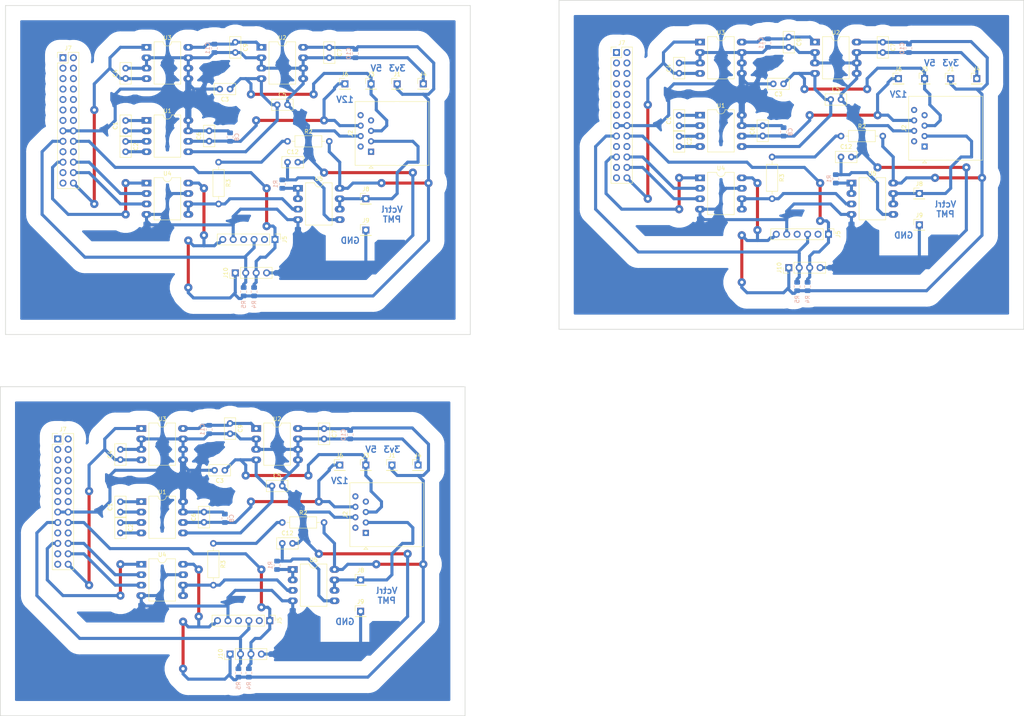
<source format=kicad_pcb>
(kicad_pcb (version 20171130) (host pcbnew "(5.0.1)-3")
  (layers (0 F.Cu signal) (31 B.Cu signal) (34 B.Paste user) (35 F.Paste user) (36 B.SilkS user) (37 F.SilkS user) (38 B.Mask user) (39 F.Mask user) (44 Edge.Cuts user))
  (net 0 "")
  (net 1 "Net-(C1-Pad1)")
  (net 2 "Net-(C1-Pad2)")
  (net 3 "Net-(C2-Pad1)")
  (net 4 "Net-(C2-Pad2)")
  (net 5 GND)
  (net 6 /12V)
  (net 7 +5V)
  (net 8 /5V_UNREG)
  (net 9 +3V3)
  (net 10 "Net-(C12-Pad1)")
  (net 11 /PMT_CTRL_V)
  (net 12 /I2C_SCL)
  (net 13 /I2C_SDA)
  (net 14 /SPI_CS)
  (net 15 /SPI_MOSI)
  (net 16 /SPI_CLK)
  (net 17 /PMT_CTRL_V_NF)
  (net 18 "Net-(R2-Pad1)")
  (net 19 "Net-(R3-Pad2)")
  (module Capacitor_THT:C_Disc_D5.0mm_W2.5mm_P2.50mm (layer F.Cu) (at 219.71 26.71 270)
    (fp_text reference C9 (at 1.25 -2.5 270) (layer F.SilkS))
    (fp_text value 10uF)
    (pad 1 thru_hole circle (at 0 0 270) (size 1.6 1.6) (drill 0.8) (layers *.Cu *.Mask))
    (pad 2 thru_hole circle (at 2.5 0 270) (size 1.6 1.6) (drill 0.8) (layers *.Cu *.Mask))
  )
  (module Capacitor_THT:C_Disc_D5.0mm_W2.5mm_P2.50mm (layer F.Cu) (at 218.44 38.1 180)
    (fp_text reference C3 (at 1.25 -2.5 180) (layer F.SilkS))
    (fp_text value 10uF)
    (pad 2 thru_hole circle (at 2.5 0 180) (size 1.6 1.6) (drill 0.8) (layers *.Cu *.Mask))
    (pad 1 thru_hole circle (at 0 0 180) (size 1.6 1.6) (drill 0.8) (layers *.Cu *.Mask))
  )
  (module Resistor_THT:R_Axial_DIN0207_L6.3mm_D2.5mm_P10.16mm_Horizontal (layer F.Cu) (at 215.646 55.88 270)
    (fp_text reference R3 (at 5.08 -2.37 270) (layer F.SilkS))
    (fp_text value 18k)
    (pad 2 thru_hole oval (at 10.16 0 270) (size 1.6 1.6) (drill 0.8) (layers *.Cu *.Mask))
    (pad 1 thru_hole circle (at 0 0 270) (size 1.6 1.6) (drill 0.8) (layers *.Cu *.Mask))
  )
  (module Capacitor_SMD:C_0805_2012Metric_Pad1.15x1.40mm_HandSolder (layer B.Cu) (at 218.44 49.775 90)
    (fp_text reference C8 (at 0 1.65 90) (layer B.SilkS) (effects (justify mirror)))
    (fp_text value 100n)
    (pad 2 smd roundrect (at 1.025 0 90) (size 1.15 1.4) (layers B.Cu B.Paste B.Mask) (roundrect_rratio 0.217391))
    (pad 1 smd roundrect (at -1.025 0 90) (size 1.15 1.4) (layers B.Cu B.Paste B.Mask) (roundrect_rratio 0.217391))
  )
  (module Capacitor_THT:C_Disc_D5.0mm_W2.5mm_P2.50mm (layer F.Cu) (at 193.04 50.84 270)
    (fp_text reference C2 (at 1.25 -2.5 270) (layer F.SilkS))
    (fp_text value 2u2)
    (pad 1 thru_hole circle (at 0 0 270) (size 1.6 1.6) (drill 0.8) (layers *.Cu *.Mask))
    (pad 2 thru_hole circle (at 2.5 0 270) (size 1.6 1.6) (drill 0.8) (layers *.Cu *.Mask))
  )
  (module Capacitor_SMD:C_0805_2012Metric_Pad1.15x1.40mm_HandSolder (layer B.Cu) (at 214.63 28.185 270)
    (fp_text reference C11 (at 0 1.65 270) (layer B.SilkS) (effects (justify mirror)))
    (fp_text value 100n)
    (pad 2 smd roundrect (at 1.025 0 270) (size 1.15 1.4) (layers B.Cu B.Paste B.Mask) (roundrect_rratio 0.217391))
    (pad 1 smd roundrect (at -1.025 0 270) (size 1.15 1.4) (layers B.Cu B.Paste B.Mask) (roundrect_rratio 0.217391))
  )
  (module Connector_PinHeader_2.54mm:PinHeader_1x04_P2.54mm_Vertical (layer F.Cu) (at 219.71 82.804 90)
    (fp_text reference J10 (at 0 -2.33 90) (layer F.SilkS))
    (fp_text value I2C)
    (pad 4 thru_hole oval (at 0 7.62 90) (size 1.7 1.7) (drill 1) (layers *.Cu *.Mask))
    (pad 3 thru_hole oval (at 0 5.08 90) (size 1.7 1.7) (drill 1) (layers *.Cu *.Mask))
    (pad 2 thru_hole oval (at 0 2.54 90) (size 1.7 1.7) (drill 1) (layers *.Cu *.Mask))
    (pad 1 thru_hole rect (at 0 0 90) (size 1.7 1.7) (drill 1) (layers *.Cu *.Mask))
  )
  (module Resistor_THT:R_Axial_DIN0207_L6.3mm_D2.5mm_P10.16mm_Horizontal (layer F.Cu) (at 232.41 50.8)
    (fp_text reference R2 (at 5.08 -2.37) (layer F.SilkS))
    (fp_text value 15k)
    (pad 1 thru_hole circle (at 0 0) (size 1.6 1.6) (drill 0.8) (layers *.Cu *.Mask))
    (pad 2 thru_hole oval (at 10.16 0) (size 1.6 1.6) (drill 0.8) (layers *.Cu *.Mask))
  )
  (module Connector_PinHeader_2.54mm:PinHeader_1x01_P2.54mm_Vertical (layer F.Cu) (at 251.46 72.39)
    (fp_text reference J9 (at 0 -2.33) (layer F.SilkS))
    (fp_text value TP_GND)
    (pad 1 thru_hole rect (at 0 0) (size 1.7 1.7) (drill 1) (layers *.Cu *.Mask))
  )
  (module Capacitor_SMD:C_0805_2012Metric_Pad1.15x1.40mm_HandSolder (layer B.Cu) (at 248.92 29.455 270)
    (fp_text reference C10 (at 0 1.65 270) (layer B.SilkS) (effects (justify mirror)))
    (fp_text value 100n)
    (pad 1 smd roundrect (at -1.025 0 270) (size 1.15 1.4) (layers B.Cu B.Paste B.Mask) (roundrect_rratio 0.217391))
    (pad 2 smd roundrect (at 1.025 0 270) (size 1.15 1.4) (layers B.Cu B.Paste B.Mask) (roundrect_rratio 0.217391))
  )
  (module Capacitor_THT:C_Disc_D5.0mm_W2.5mm_P2.50mm (layer F.Cu) (at 229.91 41.91)
    (fp_text reference C5 (at 1.25 -2.5) (layer F.SilkS))
    (fp_text value 10u)
    (pad 2 thru_hole circle (at 2.5 0) (size 1.6 1.6) (drill 0.8) (layers *.Cu *.Mask))
    (pad 1 thru_hole circle (at 0 0) (size 1.6 1.6) (drill 0.8) (layers *.Cu *.Mask))
  )
  (module Capacitor_THT:C_Disc_D5.0mm_W2.5mm_P2.50mm (layer F.Cu) (at 232.41 55.88)
    (fp_text reference C12 (at 1.25 -2.5) (layer F.SilkS))
    (fp_text value 10u)
    (pad 2 thru_hole circle (at 2.5 0) (size 1.6 1.6) (drill 0.8) (layers *.Cu *.Mask))
    (pad 1 thru_hole circle (at 0 0) (size 1.6 1.6) (drill 0.8) (layers *.Cu *.Mask))
  )
  (module Capacitor_THT:C_Disc_D5.0mm_W2.5mm_P2.50mm (layer F.Cu) (at 242.57 27.98 270)
    (fp_text reference C7 (at 1.25 -2.5 270) (layer F.SilkS))
    (fp_text value 10uF)
    (pad 1 thru_hole circle (at 0 0 270) (size 1.6 1.6) (drill 0.8) (layers *.Cu *.Mask))
    (pad 2 thru_hole circle (at 2.5 0 270) (size 1.6 1.6) (drill 0.8) (layers *.Cu *.Mask))
  )
  (module Capacitor_THT:C_Disc_D5.0mm_W2.5mm_P2.50mm (layer F.Cu) (at 213.36 50.76 90)
    (fp_text reference C6 (at 1.25 -2.5 90) (layer F.SilkS))
    (fp_text value 10u)
    (pad 1 thru_hole circle (at 0 0 90) (size 1.6 1.6) (drill 0.8) (layers *.Cu *.Mask))
    (pad 2 thru_hole circle (at 2.5 0 90) (size 1.6 1.6) (drill 0.8) (layers *.Cu *.Mask))
  )
  (module Capacitor_THT:C_Disc_D5.0mm_W2.5mm_P2.50mm (layer F.Cu) (at 193.04 35.52 90)
    (fp_text reference C4 (at 1.25 -2.5 90) (layer F.SilkS))
    (fp_text value 10uF)
    (pad 2 thru_hole circle (at 2.5 0 90) (size 1.6 1.6) (drill 0.8) (layers *.Cu *.Mask))
    (pad 1 thru_hole circle (at 0 0 90) (size 1.6 1.6) (drill 0.8) (layers *.Cu *.Mask))
  )
  (module Package_DIP:DIP-8_W10.16mm_LongPads (layer F.Cu) (at 198.12 60.96)
    (fp_text reference U4 (at 5.08 -2.33) (layer F.SilkS))
    (fp_text value MCP41100)
    (pad 1 thru_hole rect (at 0 0) (size 2.4 1.6) (drill 0.8) (layers *.Cu *.Mask))
    (pad 5 thru_hole oval (at 10.16 7.62) (size 2.4 1.6) (drill 0.8) (layers *.Cu *.Mask))
    (pad 2 thru_hole oval (at 0 2.54) (size 2.4 1.6) (drill 0.8) (layers *.Cu *.Mask))
    (pad 6 thru_hole oval (at 10.16 5.08) (size 2.4 1.6) (drill 0.8) (layers *.Cu *.Mask))
    (pad 3 thru_hole oval (at 0 5.08) (size 2.4 1.6) (drill 0.8) (layers *.Cu *.Mask))
    (pad 7 thru_hole oval (at 10.16 2.54) (size 2.4 1.6) (drill 0.8) (layers *.Cu *.Mask))
    (pad 4 thru_hole oval (at 0 7.62) (size 2.4 1.6) (drill 0.8) (layers *.Cu *.Mask))
    (pad 8 thru_hole oval (at 10.16 0) (size 2.4 1.6) (drill 0.8) (layers *.Cu *.Mask))
  )
  (module Package_DIP:DIP-8_W10.16mm_LongPads (layer F.Cu) (at 226.06 27.94)
    (fp_text reference U2 (at 5.08 -2.33) (layer F.SilkS))
    (fp_text value MAX604)
    (pad 8 thru_hole oval (at 10.16 0) (size 2.4 1.6) (drill 0.8) (layers *.Cu *.Mask))
    (pad 4 thru_hole oval (at 0 7.62) (size 2.4 1.6) (drill 0.8) (layers *.Cu *.Mask))
    (pad 7 thru_hole oval (at 10.16 2.54) (size 2.4 1.6) (drill 0.8) (layers *.Cu *.Mask))
    (pad 3 thru_hole oval (at 0 5.08) (size 2.4 1.6) (drill 0.8) (layers *.Cu *.Mask))
    (pad 6 thru_hole oval (at 10.16 5.08) (size 2.4 1.6) (drill 0.8) (layers *.Cu *.Mask))
    (pad 2 thru_hole oval (at 0 2.54) (size 2.4 1.6) (drill 0.8) (layers *.Cu *.Mask))
    (pad 5 thru_hole oval (at 10.16 7.62) (size 2.4 1.6) (drill 0.8) (layers *.Cu *.Mask))
    (pad 1 thru_hole rect (at 0 0) (size 2.4 1.6) (drill 0.8) (layers *.Cu *.Mask))
  )
  (module Connector_PinHeader_2.54mm:PinHeader_1x01_P2.54mm_Vertical (layer F.Cu) (at 251.46 64.77)
    (fp_text reference J8 (at 0 -2.33) (layer F.SilkS))
    (fp_text value TP_PMT_CTL_V)
    (pad 1 thru_hole rect (at 0 0) (size 1.7 1.7) (drill 1) (layers *.Cu *.Mask))
  )
  (module Resistor_SMD:R_0805_2012Metric_Pad1.15x1.40mm_HandSolder (layer B.Cu) (at 231.14 61.205 270)
    (fp_text reference R1 (at 0 1.65 270) (layer B.SilkS) (effects (justify mirror)))
    (fp_text value 100k)
    (pad 1 smd roundrect (at -1.025 0 270) (size 1.15 1.4) (layers B.Cu B.Paste B.Mask) (roundrect_rratio 0.217391))
    (pad 2 smd roundrect (at 1.025 0 270) (size 1.15 1.4) (layers B.Cu B.Paste B.Mask) (roundrect_rratio 0.217391))
  )
  (module Capacitor_THT:C_Disc_D5.0mm_W2.5mm_P2.50mm (layer F.Cu) (at 193.04 48.26 90)
    (fp_text reference C1 (at 1.25 -2.5 90) (layer F.SilkS))
    (fp_text value 2u2)
    (pad 2 thru_hole circle (at 2.5 0 90) (size 1.6 1.6) (drill 0.8) (layers *.Cu *.Mask))
    (pad 1 thru_hole circle (at 0 0 90) (size 1.6 1.6) (drill 0.8) (layers *.Cu *.Mask))
  )
  (module Package_DIP:DIP-8_W10.16mm_LongPads (layer F.Cu) (at 198.12 45.72)
    (fp_text reference U1 (at 5.08 -2.33) (layer F.SilkS))
    (fp_text value MAX662A)
    (pad 8 thru_hole oval (at 10.16 0) (size 2.4 1.6) (drill 0.8) (layers *.Cu *.Mask))
    (pad 4 thru_hole oval (at 0 7.62) (size 2.4 1.6) (drill 0.8) (layers *.Cu *.Mask))
    (pad 7 thru_hole oval (at 10.16 2.54) (size 2.4 1.6) (drill 0.8) (layers *.Cu *.Mask))
    (pad 3 thru_hole oval (at 0 5.08) (size 2.4 1.6) (drill 0.8) (layers *.Cu *.Mask))
    (pad 6 thru_hole oval (at 10.16 5.08) (size 2.4 1.6) (drill 0.8) (layers *.Cu *.Mask))
    (pad 2 thru_hole oval (at 0 2.54) (size 2.4 1.6) (drill 0.8) (layers *.Cu *.Mask))
    (pad 5 thru_hole oval (at 10.16 7.62) (size 2.4 1.6) (drill 0.8) (layers *.Cu *.Mask))
    (pad 1 thru_hole rect (at 0 0) (size 2.4 1.6) (drill 0.8) (layers *.Cu *.Mask))
  )
  (module Connector_PinHeader_2.54mm:PinHeader_2x13_P2.54mm_Vertical (layer F.Cu) (at 177.8 30.48)
    (fp_text reference J7 (at 1.27 -2.33) (layer F.SilkS))
    (fp_text value RedPitaya)
    (pad 26 thru_hole oval (at 2.54 30.48) (size 1.7 1.7) (drill 1) (layers *.Cu *.Mask))
    (pad 25 thru_hole oval (at 0 30.48) (size 1.7 1.7) (drill 1) (layers *.Cu *.Mask))
    (pad 24 thru_hole oval (at 2.54 27.94) (size 1.7 1.7) (drill 1) (layers *.Cu *.Mask))
    (pad 23 thru_hole oval (at 0 27.94) (size 1.7 1.7) (drill 1) (layers *.Cu *.Mask))
    (pad 22 thru_hole oval (at 2.54 25.4) (size 1.7 1.7) (drill 1) (layers *.Cu *.Mask))
    (pad 21 thru_hole oval (at 0 25.4) (size 1.7 1.7) (drill 1) (layers *.Cu *.Mask))
    (pad 20 thru_hole oval (at 2.54 22.86) (size 1.7 1.7) (drill 1) (layers *.Cu *.Mask))
    (pad 19 thru_hole oval (at 0 22.86) (size 1.7 1.7) (drill 1) (layers *.Cu *.Mask))
    (pad 18 thru_hole oval (at 2.54 20.32) (size 1.7 1.7) (drill 1) (layers *.Cu *.Mask))
    (pad 17 thru_hole oval (at 0 20.32) (size 1.7 1.7) (drill 1) (layers *.Cu *.Mask))
    (pad 16 thru_hole oval (at 2.54 17.78) (size 1.7 1.7) (drill 1) (layers *.Cu *.Mask))
    (pad 15 thru_hole oval (at 0 17.78) (size 1.7 1.7) (drill 1) (layers *.Cu *.Mask))
    (pad 14 thru_hole oval (at 2.54 15.24) (size 1.7 1.7) (drill 1) (layers *.Cu *.Mask))
    (pad 13 thru_hole oval (at 0 15.24) (size 1.7 1.7) (drill 1) (layers *.Cu *.Mask))
    (pad 12 thru_hole oval (at 2.54 12.7) (size 1.7 1.7) (drill 1) (layers *.Cu *.Mask))
    (pad 11 thru_hole oval (at 0 12.7) (size 1.7 1.7) (drill 1) (layers *.Cu *.Mask))
    (pad 10 thru_hole oval (at 2.54 10.16) (size 1.7 1.7) (drill 1) (layers *.Cu *.Mask))
    (pad 9 thru_hole oval (at 0 10.16) (size 1.7 1.7) (drill 1) (layers *.Cu *.Mask))
    (pad 8 thru_hole oval (at 2.54 7.62) (size 1.7 1.7) (drill 1) (layers *.Cu *.Mask))
    (pad 7 thru_hole oval (at 0 7.62) (size 1.7 1.7) (drill 1) (layers *.Cu *.Mask))
    (pad 6 thru_hole oval (at 2.54 5.08) (size 1.7 1.7) (drill 1) (layers *.Cu *.Mask))
    (pad 5 thru_hole oval (at 0 5.08) (size 1.7 1.7) (drill 1) (layers *.Cu *.Mask))
    (pad 4 thru_hole oval (at 2.54 2.54) (size 1.7 1.7) (drill 1) (layers *.Cu *.Mask))
    (pad 3 thru_hole oval (at 0 2.54) (size 1.7 1.7) (drill 1) (layers *.Cu *.Mask))
    (pad 2 thru_hole oval (at 2.54 0) (size 1.7 1.7) (drill 1) (layers *.Cu *.Mask))
    (pad 1 thru_hole rect (at 0 0) (size 1.7 1.7) (drill 1) (layers *.Cu *.Mask))
  )
  (module Package_DIP:DIP-8_W10.16mm_LongPads (layer F.Cu) (at 198.12 27.94)
    (fp_text reference U3 (at 5.08 -2.33) (layer F.SilkS))
    (fp_text value MAX603)
    (pad 8 thru_hole oval (at 10.16 0) (size 2.4 1.6) (drill 0.8) (layers *.Cu *.Mask))
    (pad 4 thru_hole oval (at 0 7.62) (size 2.4 1.6) (drill 0.8) (layers *.Cu *.Mask))
    (pad 7 thru_hole oval (at 10.16 2.54) (size 2.4 1.6) (drill 0.8) (layers *.Cu *.Mask))
    (pad 3 thru_hole oval (at 0 5.08) (size 2.4 1.6) (drill 0.8) (layers *.Cu *.Mask))
    (pad 6 thru_hole oval (at 10.16 5.08) (size 2.4 1.6) (drill 0.8) (layers *.Cu *.Mask))
    (pad 2 thru_hole oval (at 0 2.54) (size 2.4 1.6) (drill 0.8) (layers *.Cu *.Mask))
    (pad 5 thru_hole oval (at 10.16 7.62) (size 2.4 1.6) (drill 0.8) (layers *.Cu *.Mask))
    (pad 1 thru_hole rect (at 0 0) (size 2.4 1.6) (drill 0.8) (layers *.Cu *.Mask))
  )
  (module Package_DIP:DIP-8_W10.16mm_LongPads (layer F.Cu) (at 234.95 62.23)
    (fp_text reference U5 (at 5.08 -2.33) (layer F.SilkS))
    (fp_text value LM358)
    (pad 1 thru_hole rect (at 0 0) (size 2.4 1.6) (drill 0.8) (layers *.Cu *.Mask))
    (pad 5 thru_hole oval (at 10.16 7.62) (size 2.4 1.6) (drill 0.8) (layers *.Cu *.Mask))
    (pad 2 thru_hole oval (at 0 2.54) (size 2.4 1.6) (drill 0.8) (layers *.Cu *.Mask))
    (pad 6 thru_hole oval (at 10.16 5.08) (size 2.4 1.6) (drill 0.8) (layers *.Cu *.Mask))
    (pad 3 thru_hole oval (at 0 5.08) (size 2.4 1.6) (drill 0.8) (layers *.Cu *.Mask))
    (pad 7 thru_hole oval (at 10.16 2.54) (size 2.4 1.6) (drill 0.8) (layers *.Cu *.Mask))
    (pad 4 thru_hole oval (at 0 7.62) (size 2.4 1.6) (drill 0.8) (layers *.Cu *.Mask))
    (pad 8 thru_hole oval (at 10.16 0) (size 2.4 1.6) (drill 0.8) (layers *.Cu *.Mask))
  )
  (module Resistor_SMD:R_0805_2012Metric_Pad1.15x1.40mm_HandSolder (layer B.Cu) (at 224.282 87.385 90)
    (fp_text reference R4 (at -3.111357 0 90) (layer B.SilkS) (effects (justify mirror)))
    (fp_text value 4k7)
    (pad 2 smd roundrect (at 1.025 0 90) (size 1.15 1.4) (layers B.Cu B.Paste B.Mask) (roundrect_rratio 0.217391))
    (pad 1 smd roundrect (at -1.025 0 90) (size 1.15 1.4) (layers B.Cu B.Paste B.Mask) (roundrect_rratio 0.217391))
  )
  (module Connector_RJ:RJ45_Amphenol_54602-x08_Horizontal (layer F.Cu) (at 252.73 53.34 90)
    (fp_text reference J2 (at 4.445 -5 90) (layer F.SilkS))
    (fp_text value RJ45)
    (pad 8 thru_hole circle (at 8.89 -2.54 90) (size 1.5 1.5) (drill 0.76) (layers *.Cu *.Mask))
    (pad 7 thru_hole circle (at 7.62 0 90) (size 1.5 1.5) (drill 0.76) (layers *.Cu *.Mask))
    (pad 6 thru_hole circle (at 6.35 -2.54 90) (size 1.5 1.5) (drill 0.76) (layers *.Cu *.Mask))
    (pad 5 thru_hole circle (at 5.08 0 90) (size 1.5 1.5) (drill 0.76) (layers *.Cu *.Mask))
    (pad 4 thru_hole circle (at 3.81 -2.54 90) (size 1.5 1.5) (drill 0.76) (layers *.Cu *.Mask))
    (pad 3 thru_hole circle (at 2.54 0 90) (size 1.5 1.5) (drill 0.76) (layers *.Cu *.Mask))
    (pad 2 thru_hole circle (at 1.27 -2.54 90) (size 1.5 1.5) (drill 0.76) (layers *.Cu *.Mask))
    (pad 1 thru_hole rect (at 0 0 90) (size 1.5 1.5) (drill 0.76) (layers *.Cu *.Mask))
    (pad "" np_thru_hole circle (at -1.27 6.35 90) (size 3.2 3.2) (drill 3.2) (layers *.Cu *.Mask))
    (pad "" np_thru_hole circle (at 10.16 6.35 90) (size 3.2 3.2) (drill 3.2) (layers *.Cu *.Mask))
  )
  (module Connector_PinHeader_2.54mm:PinHeader_1x01_P2.54mm_Vertical (layer F.Cu) (at 246.38 36.83)
    (fp_text reference J6 (at 0 -2.33) (layer F.SilkS))
    (fp_text value TP_12V)
    (pad 1 thru_hole rect (at 0 0) (size 1.7 1.7) (drill 1) (layers *.Cu *.Mask))
  )
  (module Connector_PinHeader_2.54mm:PinHeader_1x01_P2.54mm_Vertical (layer F.Cu) (at 252.73 36.83)
    (fp_text reference J3 (at 0 -2.33) (layer F.SilkS))
    (fp_text value TP_5V)
    (pad 1 thru_hole rect (at 0 0) (size 1.7 1.7) (drill 1) (layers *.Cu *.Mask))
  )
  (module Connector_PinHeader_2.54mm:PinHeader_1x01_P2.54mm_Vertical (layer F.Cu) (at 265.43 36.83)
    (fp_text reference J4 (at 0 -2.33) (layer F.SilkS))
    (fp_text value TP_GND)
    (pad 1 thru_hole rect (at 0 0) (size 1.7 1.7) (drill 1) (layers *.Cu *.Mask))
  )
  (module Connector_PinHeader_2.54mm:PinHeader_1x01_P2.54mm_Vertical (layer F.Cu) (at 259.08 36.83)
    (fp_text reference J1 (at 0 -2.33) (layer F.SilkS))
    (fp_text value TP_3v3)
    (pad 1 thru_hole rect (at 0 0) (size 1.7 1.7) (drill 1) (layers *.Cu *.Mask))
  )
  (module Resistor_SMD:R_0805_2012Metric_Pad1.15x1.40mm_HandSolder (layer B.Cu) (at 221.742 87.385 90)
    (fp_text reference R5 (at -3.111357 0 90) (layer B.SilkS) (effects (justify mirror)))
    (fp_text value 4k7)
    (pad 2 smd roundrect (at 1.025 0 90) (size 1.15 1.4) (layers B.Cu B.Paste B.Mask) (roundrect_rratio 0.217391))
    (pad 1 smd roundrect (at -1.025 0 90) (size 1.15 1.4) (layers B.Cu B.Paste B.Mask) (roundrect_rratio 0.217391))
  )
  (module Connector_PinHeader_2.54mm:PinHeader_1x06_P2.54mm_Vertical (layer F.Cu) (at 229.362 74.676 270)
    (fp_text reference J5 (at 0 -2.33 270) (layer F.SilkS))
    (fp_text value TEMP_PRES)
    (pad 6 thru_hole oval (at 0 12.7 270) (size 1.7 1.7) (drill 1) (layers *.Cu *.Mask))
    (pad 5 thru_hole oval (at 0 10.16 270) (size 1.7 1.7) (drill 1) (layers *.Cu *.Mask))
    (pad 4 thru_hole oval (at 0 7.62 270) (size 1.7 1.7) (drill 1) (layers *.Cu *.Mask))
    (pad 3 thru_hole oval (at 0 5.08 270) (size 1.7 1.7) (drill 1) (layers *.Cu *.Mask))
    (pad 2 thru_hole oval (at 0 2.54 270) (size 1.7 1.7) (drill 1) (layers *.Cu *.Mask))
    (pad 1 thru_hole rect (at 0 0 270) (size 1.7 1.7) (drill 1) (layers *.Cu *.Mask))
  )
  (module Connector_PinHeader_2.54mm:PinHeader_1x06_P2.54mm_Vertical (layer F.Cu) (at 93.472 168.656 270)
    (fp_text reference J5 (at 0 -2.33 270) (layer F.SilkS))
    (fp_text value TEMP_PRES)
    (pad 1 thru_hole rect (at 0 0 270) (size 1.7 1.7) (drill 1) (layers *.Cu *.Mask) (net 12 /I2C_SCL))
    (pad 2 thru_hole oval (at 0 2.54 270) (size 1.7 1.7) (drill 1) (layers *.Cu *.Mask))
    (pad 3 thru_hole oval (at 0 5.08 270) (size 1.7 1.7) (drill 1) (layers *.Cu *.Mask) (net 13 /I2C_SDA))
    (pad 4 thru_hole oval (at 0 7.62 270) (size 1.7 1.7) (drill 1) (layers *.Cu *.Mask))
    (pad 5 thru_hole oval (at 0 10.16 270) (size 1.7 1.7) (drill 1) (layers *.Cu *.Mask) (net 5 GND))
    (pad 6 thru_hole oval (at 0 12.7 270) (size 1.7 1.7) (drill 1) (layers *.Cu *.Mask) (net 9 +3V3))
  )
  (module Resistor_SMD:R_0805_2012Metric_Pad1.15x1.40mm_HandSolder (layer B.Cu) (at 88.392 181.365 90)
    (fp_text reference R4 (at -3.111357 0 90) (layer B.SilkS) (effects (justify mirror)))
    (fp_text value 4k7)
    (pad 1 smd roundrect (at -1.025 0 90) (size 1.15 1.4) (layers B.Cu B.Paste B.Mask) (roundrect_rratio 0.217391) (net 9 +3V3))
    (pad 2 smd roundrect (at 1.025 0 90) (size 1.15 1.4) (layers B.Cu B.Paste B.Mask) (roundrect_rratio 0.217391) (net 12 /I2C_SCL))
  )
  (module Resistor_SMD:R_0805_2012Metric_Pad1.15x1.40mm_HandSolder (layer B.Cu) (at 85.852 181.365 90)
    (fp_text reference R5 (at -3.111357 0 90) (layer B.SilkS) (effects (justify mirror)))
    (fp_text value 4k7)
    (pad 1 smd roundrect (at -1.025 0 90) (size 1.15 1.4) (layers B.Cu B.Paste B.Mask) (roundrect_rratio 0.217391) (net 9 +3V3))
    (pad 2 smd roundrect (at 1.025 0 90) (size 1.15 1.4) (layers B.Cu B.Paste B.Mask) (roundrect_rratio 0.217391) (net 13 /I2C_SDA))
  )
  (module Connector_PinHeader_2.54mm:PinHeader_1x01_P2.54mm_Vertical (layer F.Cu) (at 123.19 130.81)
    (fp_text reference J1 (at 0 -2.33) (layer F.SilkS))
    (fp_text value TP_3v3)
    (pad 1 thru_hole rect (at 0 0) (size 1.7 1.7) (drill 1) (layers *.Cu *.Mask) (net 9 +3V3))
  )
  (module Connector_RJ:RJ45_Amphenol_54602-x08_Horizontal (layer F.Cu) (at 116.84 147.32 90)
    (fp_text reference J2 (at 4.445 -5 90) (layer F.SilkS))
    (fp_text value RJ45)
    (pad "" np_thru_hole circle (at 10.16 6.35 90) (size 3.2 3.2) (drill 3.2) (layers *.Cu *.Mask))
    (pad "" np_thru_hole circle (at -1.27 6.35 90) (size 3.2 3.2) (drill 3.2) (layers *.Cu *.Mask))
    (pad 1 thru_hole rect (at 0 0 90) (size 1.5 1.5) (drill 0.76) (layers *.Cu *.Mask))
    (pad 2 thru_hole circle (at 1.27 -2.54 90) (size 1.5 1.5) (drill 0.76) (layers *.Cu *.Mask))
    (pad 3 thru_hole circle (at 2.54 0 90) (size 1.5 1.5) (drill 0.76) (layers *.Cu *.Mask) (net 11 /PMT_CTRL_V))
    (pad 4 thru_hole circle (at 3.81 -2.54 90) (size 1.5 1.5) (drill 0.76) (layers *.Cu *.Mask) (net 5 GND))
    (pad 5 thru_hole circle (at 5.08 0 90) (size 1.5 1.5) (drill 0.76) (layers *.Cu *.Mask) (net 7 +5V))
    (pad 6 thru_hole circle (at 6.35 -2.54 90) (size 1.5 1.5) (drill 0.76) (layers *.Cu *.Mask) (net 6 /12V))
    (pad 7 thru_hole circle (at 7.62 0 90) (size 1.5 1.5) (drill 0.76) (layers *.Cu *.Mask))
    (pad 8 thru_hole circle (at 8.89 -2.54 90) (size 1.5 1.5) (drill 0.76) (layers *.Cu *.Mask))
  )
  (module Connector_PinHeader_2.54mm:PinHeader_1x01_P2.54mm_Vertical (layer F.Cu) (at 116.84 130.81)
    (fp_text reference J3 (at 0 -2.33) (layer F.SilkS))
    (fp_text value TP_5V)
    (pad 1 thru_hole rect (at 0 0) (size 1.7 1.7) (drill 1) (layers *.Cu *.Mask) (net 7 +5V))
  )
  (module Connector_PinHeader_2.54mm:PinHeader_1x01_P2.54mm_Vertical (layer F.Cu) (at 129.54 130.81)
    (fp_text reference J4 (at 0 -2.33) (layer F.SilkS))
    (fp_text value TP_GND)
    (pad 1 thru_hole rect (at 0 0) (size 1.7 1.7) (drill 1) (layers *.Cu *.Mask) (net 5 GND))
  )
  (module Connector_PinHeader_2.54mm:PinHeader_1x01_P2.54mm_Vertical (layer F.Cu) (at 110.49 130.81)
    (fp_text reference J6 (at 0 -2.33) (layer F.SilkS))
    (fp_text value TP_12V)
    (pad 1 thru_hole rect (at 0 0) (size 1.7 1.7) (drill 1) (layers *.Cu *.Mask) (net 6 /12V))
  )
  (module Connector_PinHeader_2.54mm:PinHeader_2x13_P2.54mm_Vertical (layer F.Cu) (at 41.91 124.46)
    (fp_text reference J7 (at 1.27 -2.33) (layer F.SilkS))
    (fp_text value RedPitaya)
    (pad 1 thru_hole rect (at 0 0) (size 1.7 1.7) (drill 1) (layers *.Cu *.Mask))
    (pad 2 thru_hole oval (at 2.54 0) (size 1.7 1.7) (drill 1) (layers *.Cu *.Mask))
    (pad 3 thru_hole oval (at 0 2.54) (size 1.7 1.7) (drill 1) (layers *.Cu *.Mask))
    (pad 4 thru_hole oval (at 2.54 2.54) (size 1.7 1.7) (drill 1) (layers *.Cu *.Mask))
    (pad 5 thru_hole oval (at 0 5.08) (size 1.7 1.7) (drill 1) (layers *.Cu *.Mask))
    (pad 6 thru_hole oval (at 2.54 5.08) (size 1.7 1.7) (drill 1) (layers *.Cu *.Mask))
    (pad 7 thru_hole oval (at 0 7.62) (size 1.7 1.7) (drill 1) (layers *.Cu *.Mask))
    (pad 8 thru_hole oval (at 2.54 7.62) (size 1.7 1.7) (drill 1) (layers *.Cu *.Mask))
    (pad 9 thru_hole oval (at 0 10.16) (size 1.7 1.7) (drill 1) (layers *.Cu *.Mask))
    (pad 10 thru_hole oval (at 2.54 10.16) (size 1.7 1.7) (drill 1) (layers *.Cu *.Mask))
    (pad 11 thru_hole oval (at 0 12.7) (size 1.7 1.7) (drill 1) (layers *.Cu *.Mask))
    (pad 12 thru_hole oval (at 2.54 12.7) (size 1.7 1.7) (drill 1) (layers *.Cu *.Mask))
    (pad 13 thru_hole oval (at 0 15.24) (size 1.7 1.7) (drill 1) (layers *.Cu *.Mask))
    (pad 14 thru_hole oval (at 2.54 15.24) (size 1.7 1.7) (drill 1) (layers *.Cu *.Mask))
    (pad 15 thru_hole oval (at 0 17.78) (size 1.7 1.7) (drill 1) (layers *.Cu *.Mask) (net 5 GND))
    (pad 16 thru_hole oval (at 2.54 17.78) (size 1.7 1.7) (drill 1) (layers *.Cu *.Mask) (net 5 GND))
    (pad 17 thru_hole oval (at 0 20.32) (size 1.7 1.7) (drill 1) (layers *.Cu *.Mask) (net 13 /I2C_SDA))
    (pad 18 thru_hole oval (at 2.54 20.32) (size 1.7 1.7) (drill 1) (layers *.Cu *.Mask) (net 12 /I2C_SCL))
    (pad 19 thru_hole oval (at 0 22.86) (size 1.7 1.7) (drill 1) (layers *.Cu *.Mask))
    (pad 20 thru_hole oval (at 2.54 22.86) (size 1.7 1.7) (drill 1) (layers *.Cu *.Mask))
    (pad 21 thru_hole oval (at 0 25.4) (size 1.7 1.7) (drill 1) (layers *.Cu *.Mask) (net 14 /SPI_CS))
    (pad 22 thru_hole oval (at 2.54 25.4) (size 1.7 1.7) (drill 1) (layers *.Cu *.Mask) (net 16 /SPI_CLK))
    (pad 23 thru_hole oval (at 0 27.94) (size 1.7 1.7) (drill 1) (layers *.Cu *.Mask))
    (pad 24 thru_hole oval (at 2.54 27.94) (size 1.7 1.7) (drill 1) (layers *.Cu *.Mask) (net 15 /SPI_MOSI))
    (pad 25 thru_hole oval (at 0 30.48) (size 1.7 1.7) (drill 1) (layers *.Cu *.Mask))
    (pad 26 thru_hole oval (at 2.54 30.48) (size 1.7 1.7) (drill 1) (layers *.Cu *.Mask) (net 8 /5V_UNREG))
  )
  (module Connector_PinHeader_2.54mm:PinHeader_1x01_P2.54mm_Vertical (layer F.Cu) (at 115.57 158.75)
    (fp_text reference J8 (at 0 -2.33) (layer F.SilkS))
    (fp_text value TP_PMT_CTL_V)
    (pad 1 thru_hole rect (at 0 0) (size 1.7 1.7) (drill 1) (layers *.Cu *.Mask) (net 11 /PMT_CTRL_V))
  )
  (module Resistor_SMD:R_0805_2012Metric_Pad1.15x1.40mm_HandSolder (layer B.Cu) (at 95.25 155.185 270)
    (fp_text reference R1 (at 0 1.65 270) (layer B.SilkS) (effects (justify mirror)))
    (fp_text value 100k)
    (pad 2 smd roundrect (at 1.025 0 270) (size 1.15 1.4) (layers B.Cu B.Paste B.Mask) (roundrect_rratio 0.217391) (net 17 /PMT_CTRL_V_NF))
    (pad 1 smd roundrect (at -1.025 0 270) (size 1.15 1.4) (layers B.Cu B.Paste B.Mask) (roundrect_rratio 0.217391) (net 10 "Net-(C12-Pad1)"))
  )
  (module Package_DIP:DIP-8_W10.16mm_LongPads (layer F.Cu) (at 62.23 139.7)
    (fp_text reference U1 (at 5.08 -2.33) (layer F.SilkS))
    (fp_text value MAX662A)
    (pad 1 thru_hole rect (at 0 0) (size 2.4 1.6) (drill 0.8) (layers *.Cu *.Mask) (net 2 "Net-(C1-Pad2)"))
    (pad 5 thru_hole oval (at 10.16 7.62) (size 2.4 1.6) (drill 0.8) (layers *.Cu *.Mask) (net 7 +5V))
    (pad 2 thru_hole oval (at 0 2.54) (size 2.4 1.6) (drill 0.8) (layers *.Cu *.Mask) (net 1 "Net-(C1-Pad1)"))
    (pad 6 thru_hole oval (at 10.16 5.08) (size 2.4 1.6) (drill 0.8) (layers *.Cu *.Mask) (net 6 /12V))
    (pad 3 thru_hole oval (at 0 5.08) (size 2.4 1.6) (drill 0.8) (layers *.Cu *.Mask) (net 3 "Net-(C2-Pad1)"))
    (pad 7 thru_hole oval (at 10.16 2.54) (size 2.4 1.6) (drill 0.8) (layers *.Cu *.Mask) (net 5 GND))
    (pad 4 thru_hole oval (at 0 7.62) (size 2.4 1.6) (drill 0.8) (layers *.Cu *.Mask) (net 4 "Net-(C2-Pad2)"))
    (pad 8 thru_hole oval (at 10.16 0) (size 2.4 1.6) (drill 0.8) (layers *.Cu *.Mask) (net 5 GND))
  )
  (module Package_DIP:DIP-8_W10.16mm_LongPads (layer F.Cu) (at 90.17 121.92)
    (fp_text reference U2 (at 5.08 -2.33) (layer F.SilkS))
    (fp_text value MAX604)
    (pad 1 thru_hole rect (at 0 0) (size 2.4 1.6) (drill 0.8) (layers *.Cu *.Mask) (net 7 +5V))
    (pad 5 thru_hole oval (at 10.16 7.62) (size 2.4 1.6) (drill 0.8) (layers *.Cu *.Mask) (net 5 GND))
    (pad 2 thru_hole oval (at 0 2.54) (size 2.4 1.6) (drill 0.8) (layers *.Cu *.Mask) (net 5 GND))
    (pad 6 thru_hole oval (at 10.16 5.08) (size 2.4 1.6) (drill 0.8) (layers *.Cu *.Mask) (net 5 GND))
    (pad 3 thru_hole oval (at 0 5.08) (size 2.4 1.6) (drill 0.8) (layers *.Cu *.Mask) (net 5 GND))
    (pad 7 thru_hole oval (at 10.16 2.54) (size 2.4 1.6) (drill 0.8) (layers *.Cu *.Mask) (net 5 GND))
    (pad 4 thru_hole oval (at 0 7.62) (size 2.4 1.6) (drill 0.8) (layers *.Cu *.Mask) (net 7 +5V))
    (pad 8 thru_hole oval (at 10.16 0) (size 2.4 1.6) (drill 0.8) (layers *.Cu *.Mask) (net 9 +3V3))
  )
  (module Package_DIP:DIP-8_W10.16mm_LongPads (layer F.Cu) (at 62.23 121.92)
    (fp_text reference U3 (at 5.08 -2.33) (layer F.SilkS))
    (fp_text value MAX603)
    (pad 1 thru_hole rect (at 0 0) (size 2.4 1.6) (drill 0.8) (layers *.Cu *.Mask) (net 8 /5V_UNREG))
    (pad 5 thru_hole oval (at 10.16 7.62) (size 2.4 1.6) (drill 0.8) (layers *.Cu *.Mask) (net 5 GND))
    (pad 2 thru_hole oval (at 0 2.54) (size 2.4 1.6) (drill 0.8) (layers *.Cu *.Mask) (net 5 GND))
    (pad 6 thru_hole oval (at 10.16 5.08) (size 2.4 1.6) (drill 0.8) (layers *.Cu *.Mask) (net 5 GND))
    (pad 3 thru_hole oval (at 0 5.08) (size 2.4 1.6) (drill 0.8) (layers *.Cu *.Mask) (net 5 GND))
    (pad 7 thru_hole oval (at 10.16 2.54) (size 2.4 1.6) (drill 0.8) (layers *.Cu *.Mask) (net 5 GND))
    (pad 4 thru_hole oval (at 0 7.62) (size 2.4 1.6) (drill 0.8) (layers *.Cu *.Mask) (net 8 /5V_UNREG))
    (pad 8 thru_hole oval (at 10.16 0) (size 2.4 1.6) (drill 0.8) (layers *.Cu *.Mask) (net 7 +5V))
  )
  (module Package_DIP:DIP-8_W10.16mm_LongPads (layer F.Cu) (at 62.23 154.94)
    (fp_text reference U4 (at 5.08 -2.33) (layer F.SilkS))
    (fp_text value MCP41100)
    (pad 8 thru_hole oval (at 10.16 0) (size 2.4 1.6) (drill 0.8) (layers *.Cu *.Mask) (net 9 +3V3))
    (pad 4 thru_hole oval (at 0 7.62) (size 2.4 1.6) (drill 0.8) (layers *.Cu *.Mask) (net 5 GND))
    (pad 7 thru_hole oval (at 10.16 2.54) (size 2.4 1.6) (drill 0.8) (layers *.Cu *.Mask) (net 5 GND))
    (pad 3 thru_hole oval (at 0 5.08) (size 2.4 1.6) (drill 0.8) (layers *.Cu *.Mask) (net 15 /SPI_MOSI))
    (pad 6 thru_hole oval (at 10.16 5.08) (size 2.4 1.6) (drill 0.8) (layers *.Cu *.Mask) (net 19 "Net-(R3-Pad2)"))
    (pad 2 thru_hole oval (at 0 2.54) (size 2.4 1.6) (drill 0.8) (layers *.Cu *.Mask) (net 16 /SPI_CLK))
    (pad 5 thru_hole oval (at 10.16 7.62) (size 2.4 1.6) (drill 0.8) (layers *.Cu *.Mask) (net 19 "Net-(R3-Pad2)"))
    (pad 1 thru_hole rect (at 0 0) (size 2.4 1.6) (drill 0.8) (layers *.Cu *.Mask) (net 14 /SPI_CS))
  )
  (module Package_DIP:DIP-8_W10.16mm_LongPads (layer F.Cu) (at 99.06 156.21)
    (fp_text reference U5 (at 5.08 -2.33) (layer F.SilkS))
    (fp_text value LM358)
    (pad 8 thru_hole oval (at 10.16 0) (size 2.4 1.6) (drill 0.8) (layers *.Cu *.Mask) (net 9 +3V3))
    (pad 4 thru_hole oval (at 0 7.62) (size 2.4 1.6) (drill 0.8) (layers *.Cu *.Mask) (net 5 GND))
    (pad 7 thru_hole oval (at 10.16 2.54) (size 2.4 1.6) (drill 0.8) (layers *.Cu *.Mask) (net 11 /PMT_CTRL_V))
    (pad 3 thru_hole oval (at 0 5.08) (size 2.4 1.6) (drill 0.8) (layers *.Cu *.Mask) (net 19 "Net-(R3-Pad2)"))
    (pad 6 thru_hole oval (at 10.16 5.08) (size 2.4 1.6) (drill 0.8) (layers *.Cu *.Mask) (net 11 /PMT_CTRL_V))
    (pad 2 thru_hole oval (at 0 2.54) (size 2.4 1.6) (drill 0.8) (layers *.Cu *.Mask) (net 17 /PMT_CTRL_V_NF))
    (pad 5 thru_hole oval (at 10.16 7.62) (size 2.4 1.6) (drill 0.8) (layers *.Cu *.Mask) (net 10 "Net-(C12-Pad1)"))
    (pad 1 thru_hole rect (at 0 0) (size 2.4 1.6) (drill 0.8) (layers *.Cu *.Mask) (net 17 /PMT_CTRL_V_NF))
  )
  (module Capacitor_THT:C_Disc_D5.0mm_W2.5mm_P2.50mm (layer F.Cu) (at 57.15 142.24 90)
    (fp_text reference C1 (at 1.25 -2.5 90) (layer F.SilkS))
    (fp_text value 2u2)
    (pad 1 thru_hole circle (at 0 0 90) (size 1.6 1.6) (drill 0.8) (layers *.Cu *.Mask) (net 1 "Net-(C1-Pad1)"))
    (pad 2 thru_hole circle (at 2.5 0 90) (size 1.6 1.6) (drill 0.8) (layers *.Cu *.Mask) (net 2 "Net-(C1-Pad2)"))
  )
  (module Capacitor_THT:C_Disc_D5.0mm_W2.5mm_P2.50mm (layer F.Cu) (at 57.15 144.82 270)
    (fp_text reference C2 (at 1.25 -2.5 270) (layer F.SilkS))
    (fp_text value 2u2)
    (pad 2 thru_hole circle (at 2.5 0 270) (size 1.6 1.6) (drill 0.8) (layers *.Cu *.Mask) (net 4 "Net-(C2-Pad2)"))
    (pad 1 thru_hole circle (at 0 0 270) (size 1.6 1.6) (drill 0.8) (layers *.Cu *.Mask) (net 3 "Net-(C2-Pad1)"))
  )
  (module Capacitor_THT:C_Disc_D5.0mm_W2.5mm_P2.50mm (layer F.Cu) (at 82.55 132.08 180)
    (fp_text reference C3 (at 1.25 -2.5 180) (layer F.SilkS))
    (fp_text value 10uF)
    (pad 1 thru_hole circle (at 0 0 180) (size 1.6 1.6) (drill 0.8) (layers *.Cu *.Mask) (net 7 +5V))
    (pad 2 thru_hole circle (at 2.5 0 180) (size 1.6 1.6) (drill 0.8) (layers *.Cu *.Mask) (net 5 GND))
  )
  (module Capacitor_THT:C_Disc_D5.0mm_W2.5mm_P2.50mm (layer F.Cu) (at 57.15 129.5 90)
    (fp_text reference C4 (at 1.25 -2.5 90) (layer F.SilkS))
    (fp_text value 10uF)
    (pad 1 thru_hole circle (at 0 0 90) (size 1.6 1.6) (drill 0.8) (layers *.Cu *.Mask) (net 8 /5V_UNREG))
    (pad 2 thru_hole circle (at 2.5 0 90) (size 1.6 1.6) (drill 0.8) (layers *.Cu *.Mask) (net 5 GND))
  )
  (module Capacitor_THT:C_Disc_D5.0mm_W2.5mm_P2.50mm (layer F.Cu) (at 94.02 135.89)
    (fp_text reference C5 (at 1.25 -2.5) (layer F.SilkS))
    (fp_text value 10u)
    (pad 1 thru_hole circle (at 0 0) (size 1.6 1.6) (drill 0.8) (layers *.Cu *.Mask) (net 7 +5V))
    (pad 2 thru_hole circle (at 2.5 0) (size 1.6 1.6) (drill 0.8) (layers *.Cu *.Mask) (net 5 GND))
  )
  (module Capacitor_THT:C_Disc_D5.0mm_W2.5mm_P2.50mm (layer F.Cu) (at 77.47 144.74 90)
    (fp_text reference C6 (at 1.25 -2.5 90) (layer F.SilkS))
    (fp_text value 10u)
    (pad 2 thru_hole circle (at 2.5 0 90) (size 1.6 1.6) (drill 0.8) (layers *.Cu *.Mask) (net 5 GND))
    (pad 1 thru_hole circle (at 0 0 90) (size 1.6 1.6) (drill 0.8) (layers *.Cu *.Mask) (net 6 /12V))
  )
  (module Capacitor_THT:C_Disc_D5.0mm_W2.5mm_P2.50mm (layer F.Cu) (at 106.68 121.96 270)
    (fp_text reference C7 (at 1.25 -2.5 270) (layer F.SilkS))
    (fp_text value 10uF)
    (pad 2 thru_hole circle (at 2.5 0 270) (size 1.6 1.6) (drill 0.8) (layers *.Cu *.Mask) (net 5 GND))
    (pad 1 thru_hole circle (at 0 0 270) (size 1.6 1.6) (drill 0.8) (layers *.Cu *.Mask) (net 9 +3V3))
  )
  (module Capacitor_THT:C_Disc_D5.0mm_W2.5mm_P2.50mm (layer F.Cu) (at 83.82 120.69 270)
    (fp_text reference C9 (at 1.25 -2.5 270) (layer F.SilkS))
    (fp_text value 10uF)
    (pad 2 thru_hole circle (at 2.5 0 270) (size 1.6 1.6) (drill 0.8) (layers *.Cu *.Mask) (net 5 GND))
    (pad 1 thru_hole circle (at 0 0 270) (size 1.6 1.6) (drill 0.8) (layers *.Cu *.Mask) (net 7 +5V))
  )
  (module Capacitor_THT:C_Disc_D5.0mm_W2.5mm_P2.50mm (layer F.Cu) (at 96.52 149.86)
    (fp_text reference C12 (at 1.25 -2.5) (layer F.SilkS))
    (fp_text value 10u)
    (pad 1 thru_hole circle (at 0 0) (size 1.6 1.6) (drill 0.8) (layers *.Cu *.Mask) (net 10 "Net-(C12-Pad1)"))
    (pad 2 thru_hole circle (at 2.5 0) (size 1.6 1.6) (drill 0.8) (layers *.Cu *.Mask) (net 5 GND))
  )
  (module Capacitor_SMD:C_0805_2012Metric_Pad1.15x1.40mm_HandSolder (layer B.Cu) (at 82.55 143.755 90)
    (fp_text reference C8 (at 0 1.65 90) (layer B.SilkS) (effects (justify mirror)))
    (fp_text value 100n)
    (pad 1 smd roundrect (at -1.025 0 90) (size 1.15 1.4) (layers B.Cu B.Paste B.Mask) (roundrect_rratio 0.217391) (net 6 /12V))
    (pad 2 smd roundrect (at 1.025 0 90) (size 1.15 1.4) (layers B.Cu B.Paste B.Mask) (roundrect_rratio 0.217391) (net 5 GND))
  )
  (module Capacitor_SMD:C_0805_2012Metric_Pad1.15x1.40mm_HandSolder (layer B.Cu) (at 113.03 123.435 270)
    (fp_text reference C10 (at 0 1.65 270) (layer B.SilkS) (effects (justify mirror)))
    (fp_text value 100n)
    (pad 2 smd roundrect (at 1.025 0 270) (size 1.15 1.4) (layers B.Cu B.Paste B.Mask) (roundrect_rratio 0.217391) (net 5 GND))
    (pad 1 smd roundrect (at -1.025 0 270) (size 1.15 1.4) (layers B.Cu B.Paste B.Mask) (roundrect_rratio 0.217391) (net 9 +3V3))
  )
  (module Capacitor_SMD:C_0805_2012Metric_Pad1.15x1.40mm_HandSolder (layer B.Cu) (at 78.74 122.165 270)
    (fp_text reference C11 (at 0 1.65 270) (layer B.SilkS) (effects (justify mirror)))
    (fp_text value 100n)
    (pad 1 smd roundrect (at -1.025 0 270) (size 1.15 1.4) (layers B.Cu B.Paste B.Mask) (roundrect_rratio 0.217391) (net 7 +5V))
    (pad 2 smd roundrect (at 1.025 0 270) (size 1.15 1.4) (layers B.Cu B.Paste B.Mask) (roundrect_rratio 0.217391) (net 5 GND))
  )
  (module Resistor_THT:R_Axial_DIN0207_L6.3mm_D2.5mm_P10.16mm_Horizontal (layer F.Cu) (at 96.52 144.78)
    (fp_text reference R2 (at 5.08 -2.37) (layer F.SilkS))
    (fp_text value 15k)
    (pad 2 thru_hole oval (at 10.16 0) (size 1.6 1.6) (drill 0.8) (layers *.Cu *.Mask) (net 9 +3V3))
    (pad 1 thru_hole circle (at 0 0) (size 1.6 1.6) (drill 0.8) (layers *.Cu *.Mask) (net 18 "Net-(R2-Pad1)"))
  )
  (module Resistor_THT:R_Axial_DIN0207_L6.3mm_D2.5mm_P10.16mm_Horizontal (layer F.Cu) (at 79.756 149.86 270)
    (fp_text reference R3 (at 5.08 -2.37 270) (layer F.SilkS))
    (fp_text value 18k)
    (pad 1 thru_hole circle (at 0 0 270) (size 1.6 1.6) (drill 0.8) (layers *.Cu *.Mask) (net 18 "Net-(R2-Pad1)"))
    (pad 2 thru_hole oval (at 10.16 0 270) (size 1.6 1.6) (drill 0.8) (layers *.Cu *.Mask) (net 19 "Net-(R3-Pad2)"))
  )
  (module Connector_PinHeader_2.54mm:PinHeader_1x04_P2.54mm_Vertical (layer F.Cu) (at 83.82 176.784 90)
    (fp_text reference J10 (at 0 -2.33 90) (layer F.SilkS))
    (fp_text value I2C)
    (pad 1 thru_hole rect (at 0 0 90) (size 1.7 1.7) (drill 1) (layers *.Cu *.Mask) (net 9 +3V3))
    (pad 2 thru_hole oval (at 0 2.54 90) (size 1.7 1.7) (drill 1) (layers *.Cu *.Mask) (net 13 /I2C_SDA))
    (pad 3 thru_hole oval (at 0 5.08 90) (size 1.7 1.7) (drill 1) (layers *.Cu *.Mask) (net 12 /I2C_SCL))
    (pad 4 thru_hole oval (at 0 7.62 90) (size 1.7 1.7) (drill 1) (layers *.Cu *.Mask) (net 5 GND))
  )
  (module Connector_PinHeader_2.54mm:PinHeader_1x01_P2.54mm_Vertical (layer F.Cu) (at 115.57 166.37)
    (fp_text reference J9 (at 0 -2.33) (layer F.SilkS))
    (fp_text value TP_GND)
    (pad 1 thru_hole rect (at 0 0) (size 1.7 1.7) (drill 1) (layers *.Cu *.Mask) (net 5 GND))
  )
  (module Connector_PinHeader_2.54mm:PinHeader_1x06_P2.54mm_Vertical (layer F.Cu) (at 94.742 75.946 270)
    (fp_text reference J5 (at 0 -2.33 270) (layer F.SilkS))
    (fp_text value TEMP_PRES)
    (pad 1 thru_hole rect (at 0 0 270) (size 1.7 1.7) (drill 1) (layers *.Cu *.Mask) (net 12 /I2C_SCL))
    (pad 2 thru_hole oval (at 0 2.54 270) (size 1.7 1.7) (drill 1) (layers *.Cu *.Mask))
    (pad 3 thru_hole oval (at 0 5.08 270) (size 1.7 1.7) (drill 1) (layers *.Cu *.Mask) (net 13 /I2C_SDA))
    (pad 4 thru_hole oval (at 0 7.62 270) (size 1.7 1.7) (drill 1) (layers *.Cu *.Mask))
    (pad 5 thru_hole oval (at 0 10.16 270) (size 1.7 1.7) (drill 1) (layers *.Cu *.Mask) (net 5 GND))
    (pad 6 thru_hole oval (at 0 12.7 270) (size 1.7 1.7) (drill 1) (layers *.Cu *.Mask) (net 9 +3V3))
  )
  (module Resistor_SMD:R_0805_2012Metric_Pad1.15x1.40mm_HandSolder (layer B.Cu) (at 89.662 88.655 90)
    (fp_text reference R4 (at -3.111357 0 90) (layer B.SilkS) (effects (justify mirror)))
    (fp_text value 4k7)
    (pad 1 smd roundrect (at -1.025 0 90) (size 1.15 1.4) (layers B.Cu B.Paste B.Mask) (roundrect_rratio 0.217391) (net 9 +3V3))
    (pad 2 smd roundrect (at 1.025 0 90) (size 1.15 1.4) (layers B.Cu B.Paste B.Mask) (roundrect_rratio 0.217391) (net 12 /I2C_SCL))
  )
  (module Resistor_SMD:R_0805_2012Metric_Pad1.15x1.40mm_HandSolder (layer B.Cu) (at 87.122 88.655 90)
    (fp_text reference R5 (at -3.111357 0 90) (layer B.SilkS) (effects (justify mirror)))
    (fp_text value 4k7)
    (pad 1 smd roundrect (at -1.025 0 90) (size 1.15 1.4) (layers B.Cu B.Paste B.Mask) (roundrect_rratio 0.217391) (net 9 +3V3))
    (pad 2 smd roundrect (at 1.025 0 90) (size 1.15 1.4) (layers B.Cu B.Paste B.Mask) (roundrect_rratio 0.217391) (net 13 /I2C_SDA))
  )
  (module Connector_PinHeader_2.54mm:PinHeader_1x01_P2.54mm_Vertical (layer F.Cu) (at 124.46 38.1)
    (fp_text reference J1 (at 0 -2.33) (layer F.SilkS))
    (fp_text value TP_3v3)
    (pad 1 thru_hole rect (at 0 0) (size 1.7 1.7) (drill 1) (layers *.Cu *.Mask) (net 9 +3V3))
  )
  (module Connector_RJ:RJ45_Amphenol_54602-x08_Horizontal (layer F.Cu) (at 118.11 54.61 90)
    (fp_text reference J2 (at 4.445 -5 90) (layer F.SilkS))
    (fp_text value RJ45)
    (pad "" np_thru_hole circle (at 10.16 6.35 90) (size 3.2 3.2) (drill 3.2) (layers *.Cu *.Mask))
    (pad "" np_thru_hole circle (at -1.27 6.35 90) (size 3.2 3.2) (drill 3.2) (layers *.Cu *.Mask))
    (pad 1 thru_hole rect (at 0 0 90) (size 1.5 1.5) (drill 0.76) (layers *.Cu *.Mask))
    (pad 2 thru_hole circle (at 1.27 -2.54 90) (size 1.5 1.5) (drill 0.76) (layers *.Cu *.Mask))
    (pad 3 thru_hole circle (at 2.54 0 90) (size 1.5 1.5) (drill 0.76) (layers *.Cu *.Mask) (net 11 /PMT_CTRL_V))
    (pad 4 thru_hole circle (at 3.81 -2.54 90) (size 1.5 1.5) (drill 0.76) (layers *.Cu *.Mask) (net 5 GND))
    (pad 5 thru_hole circle (at 5.08 0 90) (size 1.5 1.5) (drill 0.76) (layers *.Cu *.Mask) (net 7 +5V))
    (pad 6 thru_hole circle (at 6.35 -2.54 90) (size 1.5 1.5) (drill 0.76) (layers *.Cu *.Mask) (net 6 /12V))
    (pad 7 thru_hole circle (at 7.62 0 90) (size 1.5 1.5) (drill 0.76) (layers *.Cu *.Mask))
    (pad 8 thru_hole circle (at 8.89 -2.54 90) (size 1.5 1.5) (drill 0.76) (layers *.Cu *.Mask))
  )
  (module Connector_PinHeader_2.54mm:PinHeader_1x01_P2.54mm_Vertical (layer F.Cu) (at 118.11 38.1)
    (fp_text reference J3 (at 0 -2.33) (layer F.SilkS))
    (fp_text value TP_5V)
    (pad 1 thru_hole rect (at 0 0) (size 1.7 1.7) (drill 1) (layers *.Cu *.Mask) (net 7 +5V))
  )
  (module Connector_PinHeader_2.54mm:PinHeader_1x01_P2.54mm_Vertical (layer F.Cu) (at 130.81 38.1)
    (fp_text reference J4 (at 0 -2.33) (layer F.SilkS))
    (fp_text value TP_GND)
    (pad 1 thru_hole rect (at 0 0) (size 1.7 1.7) (drill 1) (layers *.Cu *.Mask) (net 5 GND))
  )
  (module Connector_PinHeader_2.54mm:PinHeader_1x01_P2.54mm_Vertical (layer F.Cu) (at 111.76 38.1)
    (fp_text reference J6 (at 0 -2.33) (layer F.SilkS))
    (fp_text value TP_12V)
    (pad 1 thru_hole rect (at 0 0) (size 1.7 1.7) (drill 1) (layers *.Cu *.Mask) (net 6 /12V))
  )
  (module Connector_PinHeader_2.54mm:PinHeader_2x13_P2.54mm_Vertical (layer F.Cu) (at 43.18 31.75)
    (fp_text reference J7 (at 1.27 -2.33) (layer F.SilkS))
    (fp_text value RedPitaya)
    (pad 1 thru_hole rect (at 0 0) (size 1.7 1.7) (drill 1) (layers *.Cu *.Mask))
    (pad 2 thru_hole oval (at 2.54 0) (size 1.7 1.7) (drill 1) (layers *.Cu *.Mask))
    (pad 3 thru_hole oval (at 0 2.54) (size 1.7 1.7) (drill 1) (layers *.Cu *.Mask))
    (pad 4 thru_hole oval (at 2.54 2.54) (size 1.7 1.7) (drill 1) (layers *.Cu *.Mask))
    (pad 5 thru_hole oval (at 0 5.08) (size 1.7 1.7) (drill 1) (layers *.Cu *.Mask))
    (pad 6 thru_hole oval (at 2.54 5.08) (size 1.7 1.7) (drill 1) (layers *.Cu *.Mask))
    (pad 7 thru_hole oval (at 0 7.62) (size 1.7 1.7) (drill 1) (layers *.Cu *.Mask))
    (pad 8 thru_hole oval (at 2.54 7.62) (size 1.7 1.7) (drill 1) (layers *.Cu *.Mask))
    (pad 9 thru_hole oval (at 0 10.16) (size 1.7 1.7) (drill 1) (layers *.Cu *.Mask))
    (pad 10 thru_hole oval (at 2.54 10.16) (size 1.7 1.7) (drill 1) (layers *.Cu *.Mask))
    (pad 11 thru_hole oval (at 0 12.7) (size 1.7 1.7) (drill 1) (layers *.Cu *.Mask))
    (pad 12 thru_hole oval (at 2.54 12.7) (size 1.7 1.7) (drill 1) (layers *.Cu *.Mask))
    (pad 13 thru_hole oval (at 0 15.24) (size 1.7 1.7) (drill 1) (layers *.Cu *.Mask))
    (pad 14 thru_hole oval (at 2.54 15.24) (size 1.7 1.7) (drill 1) (layers *.Cu *.Mask))
    (pad 15 thru_hole oval (at 0 17.78) (size 1.7 1.7) (drill 1) (layers *.Cu *.Mask) (net 5 GND))
    (pad 16 thru_hole oval (at 2.54 17.78) (size 1.7 1.7) (drill 1) (layers *.Cu *.Mask) (net 5 GND))
    (pad 17 thru_hole oval (at 0 20.32) (size 1.7 1.7) (drill 1) (layers *.Cu *.Mask) (net 13 /I2C_SDA))
    (pad 18 thru_hole oval (at 2.54 20.32) (size 1.7 1.7) (drill 1) (layers *.Cu *.Mask) (net 12 /I2C_SCL))
    (pad 19 thru_hole oval (at 0 22.86) (size 1.7 1.7) (drill 1) (layers *.Cu *.Mask))
    (pad 20 thru_hole oval (at 2.54 22.86) (size 1.7 1.7) (drill 1) (layers *.Cu *.Mask))
    (pad 21 thru_hole oval (at 0 25.4) (size 1.7 1.7) (drill 1) (layers *.Cu *.Mask) (net 14 /SPI_CS))
    (pad 22 thru_hole oval (at 2.54 25.4) (size 1.7 1.7) (drill 1) (layers *.Cu *.Mask) (net 16 /SPI_CLK))
    (pad 23 thru_hole oval (at 0 27.94) (size 1.7 1.7) (drill 1) (layers *.Cu *.Mask))
    (pad 24 thru_hole oval (at 2.54 27.94) (size 1.7 1.7) (drill 1) (layers *.Cu *.Mask) (net 15 /SPI_MOSI))
    (pad 25 thru_hole oval (at 0 30.48) (size 1.7 1.7) (drill 1) (layers *.Cu *.Mask))
    (pad 26 thru_hole oval (at 2.54 30.48) (size 1.7 1.7) (drill 1) (layers *.Cu *.Mask) (net 8 /5V_UNREG))
  )
  (module Connector_PinHeader_2.54mm:PinHeader_1x01_P2.54mm_Vertical (layer F.Cu) (at 116.84 66.04)
    (fp_text reference J8 (at 0 -2.33) (layer F.SilkS))
    (fp_text value TP_PMT_CTL_V)
    (pad 1 thru_hole rect (at 0 0) (size 1.7 1.7) (drill 1) (layers *.Cu *.Mask) (net 11 /PMT_CTRL_V))
  )
  (module Resistor_SMD:R_0805_2012Metric_Pad1.15x1.40mm_HandSolder (layer B.Cu) (at 96.52 62.475 270)
    (fp_text reference R1 (at 0 1.65 270) (layer B.SilkS) (effects (justify mirror)))
    (fp_text value 100k)
    (pad 2 smd roundrect (at 1.025 0 270) (size 1.15 1.4) (layers B.Cu B.Paste B.Mask) (roundrect_rratio 0.217391) (net 17 /PMT_CTRL_V_NF))
    (pad 1 smd roundrect (at -1.025 0 270) (size 1.15 1.4) (layers B.Cu B.Paste B.Mask) (roundrect_rratio 0.217391) (net 10 "Net-(C12-Pad1)"))
  )
  (module Package_DIP:DIP-8_W10.16mm_LongPads (layer F.Cu) (at 63.5 46.99)
    (fp_text reference U1 (at 5.08 -2.33) (layer F.SilkS))
    (fp_text value MAX662A)
    (pad 1 thru_hole rect (at 0 0) (size 2.4 1.6) (drill 0.8) (layers *.Cu *.Mask) (net 2 "Net-(C1-Pad2)"))
    (pad 5 thru_hole oval (at 10.16 7.62) (size 2.4 1.6) (drill 0.8) (layers *.Cu *.Mask) (net 7 +5V))
    (pad 2 thru_hole oval (at 0 2.54) (size 2.4 1.6) (drill 0.8) (layers *.Cu *.Mask) (net 1 "Net-(C1-Pad1)"))
    (pad 6 thru_hole oval (at 10.16 5.08) (size 2.4 1.6) (drill 0.8) (layers *.Cu *.Mask) (net 6 /12V))
    (pad 3 thru_hole oval (at 0 5.08) (size 2.4 1.6) (drill 0.8) (layers *.Cu *.Mask) (net 3 "Net-(C2-Pad1)"))
    (pad 7 thru_hole oval (at 10.16 2.54) (size 2.4 1.6) (drill 0.8) (layers *.Cu *.Mask) (net 5 GND))
    (pad 4 thru_hole oval (at 0 7.62) (size 2.4 1.6) (drill 0.8) (layers *.Cu *.Mask) (net 4 "Net-(C2-Pad2)"))
    (pad 8 thru_hole oval (at 10.16 0) (size 2.4 1.6) (drill 0.8) (layers *.Cu *.Mask) (net 5 GND))
  )
  (module Package_DIP:DIP-8_W10.16mm_LongPads (layer F.Cu) (at 91.44 29.21)
    (fp_text reference U2 (at 5.08 -2.33) (layer F.SilkS))
    (fp_text value MAX604)
    (pad 1 thru_hole rect (at 0 0) (size 2.4 1.6) (drill 0.8) (layers *.Cu *.Mask) (net 7 +5V))
    (pad 5 thru_hole oval (at 10.16 7.62) (size 2.4 1.6) (drill 0.8) (layers *.Cu *.Mask) (net 5 GND))
    (pad 2 thru_hole oval (at 0 2.54) (size 2.4 1.6) (drill 0.8) (layers *.Cu *.Mask) (net 5 GND))
    (pad 6 thru_hole oval (at 10.16 5.08) (size 2.4 1.6) (drill 0.8) (layers *.Cu *.Mask) (net 5 GND))
    (pad 3 thru_hole oval (at 0 5.08) (size 2.4 1.6) (drill 0.8) (layers *.Cu *.Mask) (net 5 GND))
    (pad 7 thru_hole oval (at 10.16 2.54) (size 2.4 1.6) (drill 0.8) (layers *.Cu *.Mask) (net 5 GND))
    (pad 4 thru_hole oval (at 0 7.62) (size 2.4 1.6) (drill 0.8) (layers *.Cu *.Mask) (net 7 +5V))
    (pad 8 thru_hole oval (at 10.16 0) (size 2.4 1.6) (drill 0.8) (layers *.Cu *.Mask) (net 9 +3V3))
  )
  (module Package_DIP:DIP-8_W10.16mm_LongPads (layer F.Cu) (at 63.5 29.21)
    (fp_text reference U3 (at 5.08 -2.33) (layer F.SilkS))
    (fp_text value MAX603)
    (pad 1 thru_hole rect (at 0 0) (size 2.4 1.6) (drill 0.8) (layers *.Cu *.Mask) (net 8 /5V_UNREG))
    (pad 5 thru_hole oval (at 10.16 7.62) (size 2.4 1.6) (drill 0.8) (layers *.Cu *.Mask) (net 5 GND))
    (pad 2 thru_hole oval (at 0 2.54) (size 2.4 1.6) (drill 0.8) (layers *.Cu *.Mask) (net 5 GND))
    (pad 6 thru_hole oval (at 10.16 5.08) (size 2.4 1.6) (drill 0.8) (layers *.Cu *.Mask) (net 5 GND))
    (pad 3 thru_hole oval (at 0 5.08) (size 2.4 1.6) (drill 0.8) (layers *.Cu *.Mask) (net 5 GND))
    (pad 7 thru_hole oval (at 10.16 2.54) (size 2.4 1.6) (drill 0.8) (layers *.Cu *.Mask) (net 5 GND))
    (pad 4 thru_hole oval (at 0 7.62) (size 2.4 1.6) (drill 0.8) (layers *.Cu *.Mask) (net 8 /5V_UNREG))
    (pad 8 thru_hole oval (at 10.16 0) (size 2.4 1.6) (drill 0.8) (layers *.Cu *.Mask) (net 7 +5V))
  )
  (module Package_DIP:DIP-8_W10.16mm_LongPads (layer F.Cu) (at 63.5 62.23)
    (fp_text reference U4 (at 5.08 -2.33) (layer F.SilkS))
    (fp_text value MCP41100)
    (pad 8 thru_hole oval (at 10.16 0) (size 2.4 1.6) (drill 0.8) (layers *.Cu *.Mask) (net 9 +3V3))
    (pad 4 thru_hole oval (at 0 7.62) (size 2.4 1.6) (drill 0.8) (layers *.Cu *.Mask) (net 5 GND))
    (pad 7 thru_hole oval (at 10.16 2.54) (size 2.4 1.6) (drill 0.8) (layers *.Cu *.Mask) (net 5 GND))
    (pad 3 thru_hole oval (at 0 5.08) (size 2.4 1.6) (drill 0.8) (layers *.Cu *.Mask) (net 15 /SPI_MOSI))
    (pad 6 thru_hole oval (at 10.16 5.08) (size 2.4 1.6) (drill 0.8) (layers *.Cu *.Mask) (net 19 "Net-(R3-Pad2)"))
    (pad 2 thru_hole oval (at 0 2.54) (size 2.4 1.6) (drill 0.8) (layers *.Cu *.Mask) (net 16 /SPI_CLK))
    (pad 5 thru_hole oval (at 10.16 7.62) (size 2.4 1.6) (drill 0.8) (layers *.Cu *.Mask) (net 19 "Net-(R3-Pad2)"))
    (pad 1 thru_hole rect (at 0 0) (size 2.4 1.6) (drill 0.8) (layers *.Cu *.Mask) (net 14 /SPI_CS))
  )
  (module Package_DIP:DIP-8_W10.16mm_LongPads (layer F.Cu) (at 100.33 63.5)
    (fp_text reference U5 (at 5.08 -2.33) (layer F.SilkS))
    (fp_text value LM358)
    (pad 8 thru_hole oval (at 10.16 0) (size 2.4 1.6) (drill 0.8) (layers *.Cu *.Mask) (net 9 +3V3))
    (pad 4 thru_hole oval (at 0 7.62) (size 2.4 1.6) (drill 0.8) (layers *.Cu *.Mask) (net 5 GND))
    (pad 7 thru_hole oval (at 10.16 2.54) (size 2.4 1.6) (drill 0.8) (layers *.Cu *.Mask) (net 11 /PMT_CTRL_V))
    (pad 3 thru_hole oval (at 0 5.08) (size 2.4 1.6) (drill 0.8) (layers *.Cu *.Mask) (net 19 "Net-(R3-Pad2)"))
    (pad 6 thru_hole oval (at 10.16 5.08) (size 2.4 1.6) (drill 0.8) (layers *.Cu *.Mask) (net 11 /PMT_CTRL_V))
    (pad 2 thru_hole oval (at 0 2.54) (size 2.4 1.6) (drill 0.8) (layers *.Cu *.Mask) (net 17 /PMT_CTRL_V_NF))
    (pad 5 thru_hole oval (at 10.16 7.62) (size 2.4 1.6) (drill 0.8) (layers *.Cu *.Mask) (net 10 "Net-(C12-Pad1)"))
    (pad 1 thru_hole rect (at 0 0) (size 2.4 1.6) (drill 0.8) (layers *.Cu *.Mask) (net 17 /PMT_CTRL_V_NF))
  )
  (module Capacitor_THT:C_Disc_D5.0mm_W2.5mm_P2.50mm (layer F.Cu) (at 58.42 49.53 90)
    (fp_text reference C1 (at 1.25 -2.5 90) (layer F.SilkS))
    (fp_text value 2u2)
    (pad 1 thru_hole circle (at 0 0 90) (size 1.6 1.6) (drill 0.8) (layers *.Cu *.Mask) (net 1 "Net-(C1-Pad1)"))
    (pad 2 thru_hole circle (at 2.5 0 90) (size 1.6 1.6) (drill 0.8) (layers *.Cu *.Mask) (net 2 "Net-(C1-Pad2)"))
  )
  (module Capacitor_THT:C_Disc_D5.0mm_W2.5mm_P2.50mm (layer F.Cu) (at 58.42 52.11 270)
    (fp_text reference C2 (at 1.25 -2.5 270) (layer F.SilkS))
    (fp_text value 2u2)
    (pad 2 thru_hole circle (at 2.5 0 270) (size 1.6 1.6) (drill 0.8) (layers *.Cu *.Mask) (net 4 "Net-(C2-Pad2)"))
    (pad 1 thru_hole circle (at 0 0 270) (size 1.6 1.6) (drill 0.8) (layers *.Cu *.Mask) (net 3 "Net-(C2-Pad1)"))
  )
  (module Capacitor_THT:C_Disc_D5.0mm_W2.5mm_P2.50mm (layer F.Cu) (at 83.82 39.37 180)
    (fp_text reference C3 (at 1.25 -2.5 180) (layer F.SilkS))
    (fp_text value 10uF)
    (pad 1 thru_hole circle (at 0 0 180) (size 1.6 1.6) (drill 0.8) (layers *.Cu *.Mask) (net 7 +5V))
    (pad 2 thru_hole circle (at 2.5 0 180) (size 1.6 1.6) (drill 0.8) (layers *.Cu *.Mask) (net 5 GND))
  )
  (module Capacitor_THT:C_Disc_D5.0mm_W2.5mm_P2.50mm (layer F.Cu) (at 58.42 36.79 90)
    (fp_text reference C4 (at 1.25 -2.5 90) (layer F.SilkS))
    (fp_text value 10uF)
    (pad 1 thru_hole circle (at 0 0 90) (size 1.6 1.6) (drill 0.8) (layers *.Cu *.Mask) (net 8 /5V_UNREG))
    (pad 2 thru_hole circle (at 2.5 0 90) (size 1.6 1.6) (drill 0.8) (layers *.Cu *.Mask) (net 5 GND))
  )
  (module Capacitor_THT:C_Disc_D5.0mm_W2.5mm_P2.50mm (layer F.Cu) (at 95.29 43.18)
    (fp_text reference C5 (at 1.25 -2.5) (layer F.SilkS))
    (fp_text value 10u)
    (pad 1 thru_hole circle (at 0 0) (size 1.6 1.6) (drill 0.8) (layers *.Cu *.Mask) (net 7 +5V))
    (pad 2 thru_hole circle (at 2.5 0) (size 1.6 1.6) (drill 0.8) (layers *.Cu *.Mask) (net 5 GND))
  )
  (module Capacitor_THT:C_Disc_D5.0mm_W2.5mm_P2.50mm (layer F.Cu) (at 78.74 52.03 90)
    (fp_text reference C6 (at 1.25 -2.5 90) (layer F.SilkS))
    (fp_text value 10u)
    (pad 2 thru_hole circle (at 2.5 0 90) (size 1.6 1.6) (drill 0.8) (layers *.Cu *.Mask) (net 5 GND))
    (pad 1 thru_hole circle (at 0 0 90) (size 1.6 1.6) (drill 0.8) (layers *.Cu *.Mask) (net 6 /12V))
  )
  (module Capacitor_THT:C_Disc_D5.0mm_W2.5mm_P2.50mm (layer F.Cu) (at 107.95 29.25 270)
    (fp_text reference C7 (at 1.25 -2.5 270) (layer F.SilkS))
    (fp_text value 10uF)
    (pad 2 thru_hole circle (at 2.5 0 270) (size 1.6 1.6) (drill 0.8) (layers *.Cu *.Mask) (net 5 GND))
    (pad 1 thru_hole circle (at 0 0 270) (size 1.6 1.6) (drill 0.8) (layers *.Cu *.Mask) (net 9 +3V3))
  )
  (module Capacitor_THT:C_Disc_D5.0mm_W2.5mm_P2.50mm (layer F.Cu) (at 85.09 27.98 270)
    (fp_text reference C9 (at 1.25 -2.5 270) (layer F.SilkS))
    (fp_text value 10uF)
    (pad 2 thru_hole circle (at 2.5 0 270) (size 1.6 1.6) (drill 0.8) (layers *.Cu *.Mask) (net 5 GND))
    (pad 1 thru_hole circle (at 0 0 270) (size 1.6 1.6) (drill 0.8) (layers *.Cu *.Mask) (net 7 +5V))
  )
  (module Capacitor_THT:C_Disc_D5.0mm_W2.5mm_P2.50mm (layer F.Cu) (at 97.79 57.15)
    (fp_text reference C12 (at 1.25 -2.5) (layer F.SilkS))
    (fp_text value 10u)
    (pad 1 thru_hole circle (at 0 0) (size 1.6 1.6) (drill 0.8) (layers *.Cu *.Mask) (net 10 "Net-(C12-Pad1)"))
    (pad 2 thru_hole circle (at 2.5 0) (size 1.6 1.6) (drill 0.8) (layers *.Cu *.Mask) (net 5 GND))
  )
  (module Capacitor_SMD:C_0805_2012Metric_Pad1.15x1.40mm_HandSolder (layer B.Cu) (at 83.82 51.045 90)
    (fp_text reference C8 (at 0 1.65 90) (layer B.SilkS) (effects (justify mirror)))
    (fp_text value 100n)
    (pad 1 smd roundrect (at -1.025 0 90) (size 1.15 1.4) (layers B.Cu B.Paste B.Mask) (roundrect_rratio 0.217391) (net 6 /12V))
    (pad 2 smd roundrect (at 1.025 0 90) (size 1.15 1.4) (layers B.Cu B.Paste B.Mask) (roundrect_rratio 0.217391) (net 5 GND))
  )
  (module Capacitor_SMD:C_0805_2012Metric_Pad1.15x1.40mm_HandSolder (layer B.Cu) (at 114.3 30.725 270)
    (fp_text reference C10 (at 0 1.65 270) (layer B.SilkS) (effects (justify mirror)))
    (fp_text value 100n)
    (pad 2 smd roundrect (at 1.025 0 270) (size 1.15 1.4) (layers B.Cu B.Paste B.Mask) (roundrect_rratio 0.217391) (net 5 GND))
    (pad 1 smd roundrect (at -1.025 0 270) (size 1.15 1.4) (layers B.Cu B.Paste B.Mask) (roundrect_rratio 0.217391) (net 9 +3V3))
  )
  (module Capacitor_SMD:C_0805_2012Metric_Pad1.15x1.40mm_HandSolder (layer B.Cu) (at 80.01 29.455 270)
    (fp_text reference C11 (at 0 1.65 270) (layer B.SilkS) (effects (justify mirror)))
    (fp_text value 100n)
    (pad 1 smd roundrect (at -1.025 0 270) (size 1.15 1.4) (layers B.Cu B.Paste B.Mask) (roundrect_rratio 0.217391) (net 7 +5V))
    (pad 2 smd roundrect (at 1.025 0 270) (size 1.15 1.4) (layers B.Cu B.Paste B.Mask) (roundrect_rratio 0.217391) (net 5 GND))
  )
  (module Resistor_THT:R_Axial_DIN0207_L6.3mm_D2.5mm_P10.16mm_Horizontal (layer F.Cu) (at 97.79 52.07)
    (fp_text reference R2 (at 5.08 -2.37) (layer F.SilkS))
    (fp_text value 15k)
    (pad 2 thru_hole oval (at 10.16 0) (size 1.6 1.6) (drill 0.8) (layers *.Cu *.Mask) (net 9 +3V3))
    (pad 1 thru_hole circle (at 0 0) (size 1.6 1.6) (drill 0.8) (layers *.Cu *.Mask) (net 18 "Net-(R2-Pad1)"))
  )
  (module Resistor_THT:R_Axial_DIN0207_L6.3mm_D2.5mm_P10.16mm_Horizontal (layer F.Cu) (at 81.026 57.15 270)
    (fp_text reference R3 (at 5.08 -2.37 270) (layer F.SilkS))
    (fp_text value 18k)
    (pad 1 thru_hole circle (at 0 0 270) (size 1.6 1.6) (drill 0.8) (layers *.Cu *.Mask) (net 18 "Net-(R2-Pad1)"))
    (pad 2 thru_hole oval (at 10.16 0 270) (size 1.6 1.6) (drill 0.8) (layers *.Cu *.Mask) (net 19 "Net-(R3-Pad2)"))
  )
  (module Connector_PinHeader_2.54mm:PinHeader_1x04_P2.54mm_Vertical (layer F.Cu) (at 85.09 84.074 90)
    (fp_text reference J10 (at 0 -2.33 90) (layer F.SilkS))
    (fp_text value I2C)
    (pad 1 thru_hole rect (at 0 0 90) (size 1.7 1.7) (drill 1) (layers *.Cu *.Mask) (net 9 +3V3))
    (pad 2 thru_hole oval (at 0 2.54 90) (size 1.7 1.7) (drill 1) (layers *.Cu *.Mask) (net 13 /I2C_SDA))
    (pad 3 thru_hole oval (at 0 5.08 90) (size 1.7 1.7) (drill 1) (layers *.Cu *.Mask) (net 12 /I2C_SCL))
    (pad 4 thru_hole oval (at 0 7.62 90) (size 1.7 1.7) (drill 1) (layers *.Cu *.Mask) (net 5 GND))
  )
  (module Connector_PinHeader_2.54mm:PinHeader_1x01_P2.54mm_Vertical (layer F.Cu) (at 116.84 73.66)
    (fp_text reference J9 (at 0 -2.33) (layer F.SilkS))
    (fp_text value TP_GND)
    (pad 1 thru_hole rect (at 0 0) (size 1.7 1.7) (drill 1) (layers *.Cu *.Mask) (net 5 GND))
  )
  (gr_line (start 163.83 97.79) (end 163.83 17.78) (layer Edge.Cuts) (width 0.15))
  (gr_line (start 163.83 17.78) (end 276.86 17.78) (layer Edge.Cuts) (width 0.15))
  (gr_line (start 276.86 17.78) (end 276.86 97.79) (layer Edge.Cuts) (width 0.15))
  (gr_line (start 276.86 97.79) (end 163.83 97.79) (layer Edge.Cuts) (width 0.15))
  (gr_text 3v3 (at 259.08 33.02) (layer B.Cu) (effects (font (size 1.5 1.5) (thickness 0.3)) (justify mirror)))
  (gr_text "Vctrl\nPMT" (at 257.81 68.58) (layer B.Cu) (effects (font (size 1.5 1.5) (thickness 0.3)) (justify mirror)))
  (gr_text 12V (at 246.38 40.64) (layer B.Cu) (effects (font (size 1.5 1.5) (thickness 0.3)) (justify mirror)))
  (gr_text 5V (at 254 33.02) (layer B.Cu) (effects (font (size 1.5 1.5) (thickness 0.3)) (justify mirror)))
  (gr_text GND (at 247.65 74.93) (layer B.Cu) (effects (font (size 1.5 1.5) (thickness 0.3)) (justify mirror)))
  (gr_text GND (at 111.76 168.91) (layer B.Cu) (effects (font (size 1.5 1.5) (thickness 0.3)) (justify mirror)))
  (gr_text "Vctrl\nPMT" (at 121.92 162.56) (layer B.Cu) (effects (font (size 1.5 1.5) (thickness 0.3)) (justify mirror)))
  (gr_text 5V (at 118.11 127) (layer B.Cu) (effects (font (size 1.5 1.5) (thickness 0.3)) (justify mirror)))
  (gr_text 3v3 (at 123.19 127) (layer B.Cu) (effects (font (size 1.5 1.5) (thickness 0.3)) (justify mirror)))
  (gr_text 12V (at 110.49 134.62) (layer B.Cu) (effects (font (size 1.5 1.5) (thickness 0.3)) (justify mirror)))
  (gr_line (start 27.94 191.77) (end 27.94 111.76) (layer Edge.Cuts) (width 0.15))
  (gr_line (start 140.97 191.77) (end 27.94 191.77) (layer Edge.Cuts) (width 0.15))
  (gr_line (start 140.97 111.76) (end 140.97 191.77) (layer Edge.Cuts) (width 0.15))
  (gr_line (start 27.94 111.76) (end 140.97 111.76) (layer Edge.Cuts) (width 0.15))
  (gr_text GND (at 113.03 76.2) (layer B.Cu) (effects (font (size 1.5 1.5) (thickness 0.3)) (justify mirror)))
  (gr_text "Vctrl\nPMT" (at 123.19 69.85) (layer B.Cu) (effects (font (size 1.5 1.5) (thickness 0.3)) (justify mirror)))
  (gr_text 5V (at 119.38 34.29) (layer B.Cu) (effects (font (size 1.5 1.5) (thickness 0.3)) (justify mirror)))
  (gr_text 3v3 (at 124.46 34.29) (layer B.Cu) (effects (font (size 1.5 1.5) (thickness 0.3)) (justify mirror)))
  (gr_text 12V (at 111.76 41.91) (layer B.Cu) (effects (font (size 1.5 1.5) (thickness 0.3)) (justify mirror)))
  (gr_line (start 29.21 99.06) (end 29.21 19.05) (layer Edge.Cuts) (width 0.15))
  (gr_line (start 142.24 99.06) (end 29.21 99.06) (layer Edge.Cuts) (width 0.15))
  (gr_line (start 142.24 19.05) (end 142.24 99.06) (layer Edge.Cuts) (width 0.15))
  (gr_line (start 29.21 19.05) (end 142.24 19.05) (layer Edge.Cuts) (width 0.15))
  (segment (start 198.12 48.26) (end 193.04 48.26) (width 0.75) (layer B.Cu) (net 0))
  (segment (start 198.08 45.76) (end 198.12 45.72) (width 0.75) (layer B.Cu) (net 0))
  (segment (start 193.04 45.76) (end 198.08 45.76) (width 0.75) (layer B.Cu) (net 0))
  (segment (start 198.08 50.84) (end 198.12 50.8) (width 0.75) (layer B.Cu) (net 0))
  (segment (start 193.04 50.84) (end 198.08 50.84) (width 0.75) (layer B.Cu) (net 0))
  (segment (start 198.12 53.34) (end 193.04 53.34) (width 0.75) (layer B.Cu) (net 0))
  (segment (start 220.98 29.21) (end 222.25 30.48) (width 0.75) (layer B.Cu) (net 0))
  (segment (start 219.71 29.21) (end 220.98 29.21) (width 0.75) (layer B.Cu) (net 0))
  (segment (start 226.06 33.02) (end 226.06 30.48) (width 0.75) (layer B.Cu) (net 0))
  (segment (start 208.28 35.56) (end 208.28 33.02) (width 0.75) (layer B.Cu) (net 0))
  (segment (start 208.28 30.48) (end 208.28 33.02) (width 0.75) (layer B.Cu) (net 0))
  (segment (start 198.12 33.02) (end 198.12 30.48) (width 0.75) (layer B.Cu) (net 0))
  (segment (start 213.36 30.48) (end 214.63 29.21) (width 0.75) (layer B.Cu) (net 0))
  (segment (start 208.28 30.48) (end 213.36 30.48) (width 0.75) (layer B.Cu) (net 0))
  (segment (start 219.71 29.21) (end 214.63 29.21) (width 0.75) (layer B.Cu) (net 0))
  (segment (start 222.25 30.48) (end 226.06 30.48) (width 0.75) (layer B.Cu) (net 0))
  (segment (start 209.55 38.17) (end 209.62 38.1) (width 0.75) (layer B.Cu) (net 0))
  (segment (start 208.28 41.91) (end 209.55 40.64) (width 0.75) (layer B.Cu) (net 0))
  (segment (start 193.04 33.02) (end 198.12 33.02) (width 0.75) (layer B.Cu) (net 0))
  (segment (start 209.62 38.1) (end 208.28 36.76) (width 0.75) (layer B.Cu) (net 0))
  (segment (start 215.94 38.1) (end 209.62 38.1) (width 0.75) (layer B.Cu) (net 0))
  (segment (start 208.28 36.76) (end 208.28 35.56) (width 0.75) (layer B.Cu) (net 0))
  (segment (start 208.28 45.72) (end 208.28 41.91) (width 0.75) (layer B.Cu) (net 0))
  (via (at 262.89 58.42) (size 2) (drill 0.8) (layers F.Cu B.Cu) (net 0))
  (via (at 241.3 58.42) (size 2) (drill 0.8) (layers F.Cu B.Cu) (net 0))
  (segment (start 226.06 33.02) (end 226.46 33.02) (width 0.75) (layer B.Cu) (net 0))
  (segment (start 236.22 35.56) (end 236.22 33.02) (width 0.75) (layer B.Cu) (net 0))
  (segment (start 226.46 33.02) (end 236.22 33.02) (width 0.75) (layer B.Cu) (net 0))
  (segment (start 243.84 48.26) (end 237.49 48.26) (width 0.75) (layer B.Cu) (net 0))
  (segment (start 253.746 82.804) (end 262.89 73.66) (width 0.75) (layer B.Cu) (net 0))
  (segment (start 229.87 67.31) (end 232.41 69.85) (width 0.75) (layer B.Cu) (net 0))
  (segment (start 236.22 55.88) (end 237.49 54.61) (width 0.75) (layer B.Cu) (net 0))
  (segment (start 231.394 82.804) (end 227.33 82.804) (width 0.75) (layer B.Cu) (net 0))
  (segment (start 177.8 48.26) (end 180.34 48.26) (width 0.75) (layer B.Cu) (net 0))
  (segment (start 198.12 68.58) (end 201.93 68.58) (width 0.75) (layer B.Cu) (net 0))
  (segment (start 232.41 69.85) (end 234.95 69.85) (width 0.75) (layer B.Cu) (net 0))
  (segment (start 209.55 40.64) (end 209.55 38.17) (width 0.75) (layer B.Cu) (net 0))
  (segment (start 236.22 36.83) (end 236.22 35.56) (width 0.75) (layer B.Cu) (net 0))
  (segment (start 232.41 40.64) (end 236.22 36.83) (width 0.75) (layer B.Cu) (net 0))
  (segment (start 236.22 30.48) (end 242.57 30.48) (width 0.75) (layer B.Cu) (net 0))
  (segment (start 234.91 55.88) (end 236.22 55.88) (width 0.75) (layer B.Cu) (net 0))
  (segment (start 250.19 49.53) (end 245.11 49.53) (width 0.75) (layer B.Cu) (net 0))
  (segment (start 245.11 49.53) (end 243.84 48.26) (width 0.75) (layer B.Cu) (net 0))
  (segment (start 187.96 48.26) (end 190.5 45.72) (width 0.75) (layer B.Cu) (net 0))
  (segment (start 219.202 69.088) (end 220.98 67.31) (width 0.75) (layer B.Cu) (net 0))
  (segment (start 262.89 73.66) (end 262.89 58.42) (width 0.75) (layer B.Cu) (net 0))
  (segment (start 201.93 38.1) (end 203.2 36.83) (width 0.75) (layer B.Cu) (net 0))
  (segment (start 191.77 38.1) (end 201.93 38.1) (width 0.75) (layer B.Cu) (net 0))
  (segment (start 237.49 48.26) (end 237.49 46.99) (width 0.75) (layer B.Cu) (net 0))
  (segment (start 187.96 48.26) (end 180.34 48.26) (width 0.75) (layer B.Cu) (net 0))
  (segment (start 190.5 39.37) (end 191.77 38.1) (width 0.75) (layer B.Cu) (net 0))
  (segment (start 199.11 71.12) (end 219.202 71.12) (width 0.75) (layer B.Cu) (net 0))
  (segment (start 208.28 48.26) (end 213.36 48.26) (width 0.75) (layer B.Cu) (net 0))
  (segment (start 237.49 46.99) (end 234.95 44.45) (width 0.75) (layer B.Cu) (net 0))
  (segment (start 208.28 48.26) (end 208.28 45.72) (width 0.75) (layer B.Cu) (net 0))
  (segment (start 203.2 67.31) (end 203.2 64.77) (width 0.75) (layer B.Cu) (net 0))
  (segment (start 262.89 58.42) (end 241.3 58.42) (width 0.75) (layer F.Cu) (net 0))
  (segment (start 231.394 82.804) (end 247.65 82.804) (width 0.75) (layer B.Cu) (net 0))
  (segment (start 251.46 72.39) (end 251.46 82.804) (width 0.75) (layer B.Cu) (net 0))
  (segment (start 247.65 82.804) (end 251.46 82.804) (width 0.75) (layer B.Cu) (net 0))
  (segment (start 248.92 30.48) (end 261.62 30.48) (width 0.75) (layer B.Cu) (net 0))
  (segment (start 231.394 82.804) (end 234.95 79.248) (width 0.75) (layer B.Cu) (net 0))
  (segment (start 198.12 70.13) (end 199.11 71.12) (width 0.75) (layer B.Cu) (net 0))
  (segment (start 251.46 82.804) (end 253.746 82.804) (width 0.75) (layer B.Cu) (net 0))
  (segment (start 190.5 45.72) (end 190.5 39.37) (width 0.75) (layer B.Cu) (net 0))
  (segment (start 234.95 79.248) (end 234.95 69.85) (width 0.75) (layer B.Cu) (net 0))
  (segment (start 213.36 48.26) (end 217.95 48.26) (width 0.75) (layer B.Cu) (net 0))
  (segment (start 248.92 30.48) (end 242.57 30.48) (width 0.75) (layer B.Cu) (net 0))
  (segment (start 198.12 30.48) (end 208.28 30.48) (width 0.75) (layer B.Cu) (net 0))
  (segment (start 220.98 67.31) (end 229.87 67.31) (width 0.75) (layer B.Cu) (net 0))
  (segment (start 232.41 41.91) (end 232.41 40.64) (width 0.75) (layer B.Cu) (net 0))
  (segment (start 234.95 44.45) (end 232.41 41.91) (width 0.75) (layer B.Cu) (net 0))
  (segment (start 203.2 36.83) (end 203.2 30.48) (width 0.75) (layer B.Cu) (net 0))
  (segment (start 204.47 63.5) (end 208.28 63.5) (width 0.75) (layer B.Cu) (net 0))
  (segment (start 265.43 34.29) (end 265.43 36.83) (width 0.75) (layer B.Cu) (net 0))
  (segment (start 236.22 33.02) (end 236.22 30.48) (width 0.75) (layer B.Cu) (net 0))
  (segment (start 198.12 68.58) (end 198.12 70.13) (width 0.75) (layer B.Cu) (net 0))
  (segment (start 201.93 68.58) (end 203.2 67.31) (width 0.75) (layer B.Cu) (net 0))
  (segment (start 219.202 74.676) (end 219.202 71.12) (width 0.75) (layer B.Cu) (net 0))
  (segment (start 261.62 30.48) (end 265.43 34.29) (width 0.75) (layer B.Cu) (net 0))
  (segment (start 237.49 54.61) (end 237.49 48.26) (width 0.75) (layer B.Cu) (net 0))
  (segment (start 219.202 71.12) (end 219.202 69.088) (width 0.75) (layer B.Cu) (net 0))
  (segment (start 203.2 64.77) (end 204.47 63.5) (width 0.75) (layer B.Cu) (net 0))
  (segment (start 241.3 58.42) (end 237.49 54.61) (width 0.75) (layer B.Cu) (net 0))
  (segment (start 217.95 48.26) (end 218.44 48.75) (width 0.75) (layer B.Cu) (net 0))
  (via (at 241.3 45.72) (size 2) (drill 0.8) (layers F.Cu B.Cu) (net 0))
  (via (at 224.79 45.72) (size 2) (drill 0.8) (layers F.Cu B.Cu) (net 0))
  (segment (start 208.28 50.8) (end 213.32 50.8) (width 0.75) (layer B.Cu) (net 0))
  (segment (start 213.32 50.8) (end 213.36 50.76) (width 0.75) (layer B.Cu) (net 0))
  (segment (start 218.4 50.76) (end 218.44 50.8) (width 0.75) (layer B.Cu) (net 0))
  (segment (start 213.36 50.76) (end 218.4 50.76) (width 0.75) (layer B.Cu) (net 0))
  (segment (start 241.3 45.72) (end 243.84 45.72) (width 0.75) (layer B.Cu) (net 0))
  (segment (start 220.98 50.8) (end 224.79 46.99) (width 0.75) (layer B.Cu) (net 0))
  (segment (start 241.3 45.72) (end 241.3 40.64) (width 0.75) (layer B.Cu) (net 0))
  (segment (start 218.44 50.8) (end 220.98 50.8) (width 0.75) (layer B.Cu) (net 0))
  (segment (start 224.79 45.72) (end 241.3 45.72) (width 0.75) (layer F.Cu) (net 0))
  (segment (start 243.84 37.77) (end 244.78 36.83) (width 0.75) (layer B.Cu) (net 0))
  (segment (start 243.84 38.1) (end 243.84 37.77) (width 0.75) (layer B.Cu) (net 0))
  (segment (start 244.78 36.83) (end 246.38 36.83) (width 0.75) (layer B.Cu) (net 0))
  (segment (start 224.79 46.99) (end 224.79 45.72) (width 0.75) (layer B.Cu) (net 0))
  (segment (start 241.3 40.64) (end 243.84 38.1) (width 0.75) (layer B.Cu) (net 0))
  (segment (start 243.84 45.72) (end 245.11 46.99) (width 0.75) (layer B.Cu) (net 0))
  (segment (start 245.11 46.99) (end 250.19 46.99) (width 0.75) (layer B.Cu) (net 0))
  (via (at 238.76 39.37) (size 2) (drill 0.8) (layers F.Cu B.Cu) (net 0))
  (via (at 223.52 39.37) (size 2) (drill 0.8) (layers F.Cu B.Cu) (net 0))
  (segment (start 238.76 36.83) (end 238.76 39.37) (width 0.75) (layer B.Cu) (net 0))
  (segment (start 254 43.18) (end 254 40.64) (width 0.75) (layer B.Cu) (net 0))
  (segment (start 252.73 39.37) (end 252.73 36.83) (width 0.75) (layer B.Cu) (net 0))
  (segment (start 241.3 34.29) (end 240.03 35.56) (width 0.75) (layer B.Cu) (net 0))
  (segment (start 219.26 27.16) (end 219.71 26.71) (width 0.75) (layer B.Cu) (net 0))
  (segment (start 223.52 36.83) (end 222.25 35.56) (width 0.75) (layer B.Cu) (net 0))
  (segment (start 256.54 46.99) (end 256.54 45.72) (width 0.75) (layer B.Cu) (net 0))
  (segment (start 256.54 45.72) (end 254 43.18) (width 0.75) (layer B.Cu) (net 0))
  (segment (start 208.28 27.94) (end 212.09 27.94) (width 0.75) (layer B.Cu) (net 0))
  (segment (start 228.6 41.91) (end 226.06 39.37) (width 0.75) (layer B.Cu) (net 0))
  (segment (start 254 40.64) (end 252.73 39.37) (width 0.75) (layer B.Cu) (net 0))
  (segment (start 224.79 26.67) (end 224.75 26.71) (width 0.75) (layer B.Cu) (net 0))
  (segment (start 229.91 45.68) (end 229.91 41.91) (width 0.75) (layer B.Cu) (net 0))
  (segment (start 214.63 27.16) (end 219.26 27.16) (width 0.75) (layer B.Cu) (net 0))
  (segment (start 251.79 34.29) (end 241.3 34.29) (width 0.75) (layer B.Cu) (net 0))
  (segment (start 218.44 38.1) (end 220.98 35.56) (width 0.75) (layer B.Cu) (net 0))
  (segment (start 252.73 48.26) (end 255.27 48.26) (width 0.75) (layer B.Cu) (net 0))
  (segment (start 238.76 39.37) (end 223.52 39.37) (width 0.75) (layer F.Cu) (net 0))
  (segment (start 212.87 27.16) (end 214.63 27.16) (width 0.75) (layer B.Cu) (net 0))
  (segment (start 223.52 39.37) (end 223.52 36.83) (width 0.75) (layer B.Cu) (net 0))
  (segment (start 222.25 35.56) (end 226.06 35.56) (width 0.75) (layer B.Cu) (net 0))
  (segment (start 220.98 35.56) (end 222.25 35.56) (width 0.75) (layer B.Cu) (net 0))
  (segment (start 255.27 48.26) (end 256.54 46.99) (width 0.75) (layer B.Cu) (net 0))
  (segment (start 222.25 53.34) (end 229.91 45.68) (width 0.75) (layer B.Cu) (net 0))
  (segment (start 252.73 36.83) (end 252.73 35.23) (width 0.75) (layer B.Cu) (net 0))
  (segment (start 208.28 53.34) (end 222.25 53.34) (width 0.75) (layer B.Cu) (net 0))
  (segment (start 212.09 27.94) (end 212.87 27.16) (width 0.75) (layer B.Cu) (net 0))
  (segment (start 226.06 39.37) (end 226.06 35.56) (width 0.75) (layer B.Cu) (net 0))
  (segment (start 226.06 27.94) (end 224.79 26.67) (width 0.75) (layer B.Cu) (net 0))
  (segment (start 229.91 41.91) (end 228.6 41.91) (width 0.75) (layer B.Cu) (net 0))
  (segment (start 224.75 26.71) (end 219.71 26.71) (width 0.75) (layer B.Cu) (net 0))
  (segment (start 252.73 35.23) (end 251.79 34.29) (width 0.75) (layer B.Cu) (net 0))
  (segment (start 240.03 35.56) (end 238.76 36.83) (width 0.75) (layer B.Cu) (net 0))
  (via (at 185.42 43.18) (size 2) (drill 0.8) (layers F.Cu B.Cu) (net 0))
  (via (at 185.42 66.04) (size 2) (drill 0.8) (layers F.Cu B.Cu) (net 0))
  (segment (start 189.23 30.48) (end 191.77 27.94) (width 0.75) (layer B.Cu) (net 0))
  (segment (start 198.12 35.56) (end 193.08 35.56) (width 0.75) (layer B.Cu) (net 0))
  (segment (start 193.08 35.56) (end 193.04 35.52) (width 0.75) (layer B.Cu) (net 0))
  (segment (start 193.04 35.52) (end 191.73 35.52) (width 0.75) (layer B.Cu) (net 0))
  (segment (start 191.77 27.94) (end 198.12 27.94) (width 0.75) (layer B.Cu) (net 0))
  (segment (start 189.23 33.02) (end 189.23 30.48) (width 0.75) (layer B.Cu) (net 0))
  (segment (start 180.34 60.96) (end 185.42 66.04) (width 0.75) (layer B.Cu) (net 0))
  (segment (start 185.42 66.04) (end 185.42 43.18) (width 0.75) (layer F.Cu) (net 0))
  (segment (start 185.42 36.83) (end 189.23 33.02) (width 0.75) (layer B.Cu) (net 0))
  (segment (start 185.42 43.18) (end 185.42 36.83) (width 0.75) (layer B.Cu) (net 0))
  (segment (start 191.73 35.52) (end 189.23 33.02) (width 0.75) (layer B.Cu) (net 0))
  (via (at 208.28 86.36) (size 2) (drill 0.8) (layers F.Cu B.Cu) (net 0))
  (via (at 212.09 62.23) (size 2) (drill 0.8) (layers F.Cu B.Cu) (net 0))
  (via (at 212.09 73.66) (size 2) (drill 0.8) (layers F.Cu B.Cu) (net 0))
  (via (at 208.28 74.93) (size 2) (drill 0.8) (layers F.Cu B.Cu) (net 0))
  (via (at 255.27 60.96) (size 2) (drill 0.8) (layers F.Cu B.Cu) (net 0))
  (via (at 266.7 60.96) (size 2) (drill 0.8) (layers F.Cu B.Cu) (net 0))
  (segment (start 267.97 31.75) (end 267.97 38.1) (width 0.75) (layer B.Cu) (net 0))
  (segment (start 259.08 38.1) (end 259.08 36.83) (width 0.75) (layer B.Cu) (net 0))
  (segment (start 248.92 28.43) (end 249.543372 27.806628) (width 0.75) (layer B.Cu) (net 0))
  (segment (start 242.53 27.94) (end 242.57 27.98) (width 0.75) (layer B.Cu) (net 0))
  (segment (start 236.22 27.94) (end 242.53 27.94) (width 0.75) (layer B.Cu) (net 0))
  (segment (start 248.47 27.98) (end 248.92 28.43) (width 0.75) (layer B.Cu) (net 0))
  (segment (start 242.57 27.98) (end 248.47 27.98) (width 0.75) (layer B.Cu) (net 0))
  (segment (start 267.97 38.1) (end 266.7 39.37) (width 0.75) (layer B.Cu) (net 0))
  (segment (start 242.57 50.8) (end 242.57 53.34) (width 0.75) (layer B.Cu) (net 0))
  (segment (start 245.11 55.88) (end 245.11 62.23) (width 0.75) (layer B.Cu) (net 0))
  (segment (start 212.09 62.23) (end 212.09 73.66) (width 0.75) (layer F.Cu) (net 0))
  (segment (start 221.118628 89.033372) (end 220.605372 89.033372) (width 0.75) (layer B.Cu) (net 0))
  (segment (start 264.026628 27.806628) (end 267.97 31.75) (width 0.75) (layer B.Cu) (net 0))
  (segment (start 265.43 39.37) (end 260.35 39.37) (width 0.75) (layer B.Cu) (net 0))
  (segment (start 221.742 88.41) (end 224.282 88.41) (width 0.75) (layer B.Cu) (net 0))
  (segment (start 219.456 87.884) (end 218.44 88.9) (width 0.75) (layer B.Cu) (net 0))
  (segment (start 221.742 88.41) (end 221.118628 89.033372) (width 0.75) (layer B.Cu) (net 0))
  (segment (start 215.304001 75.525999) (end 214.63 76.2) (width 0.75) (layer B.Cu) (net 0))
  (segment (start 266.7 74.93) (end 253.22 88.41) (width 0.75) (layer B.Cu) (net 0))
  (segment (start 266.7 60.96) (end 266.7 40.64) (width 0.75) (layer B.Cu) (net 0))
  (segment (start 208.28 87.63) (end 208.28 86.36) (width 0.75) (layer B.Cu) (net 0))
  (segment (start 218.44 88.9) (end 209.55 88.9) (width 0.75) (layer B.Cu) (net 0))
  (segment (start 216.408 74.93) (end 216.662 74.676) (width 0.75) (layer B.Cu) (net 0))
  (segment (start 242.57 53.34) (end 245.11 55.88) (width 0.75) (layer B.Cu) (net 0))
  (segment (start 219.71 87.63) (end 219.456 87.884) (width 0.75) (layer B.Cu) (net 0))
  (segment (start 266.7 40.64) (end 265.43 39.37) (width 0.75) (layer B.Cu) (net 0))
  (segment (start 208.28 60.96) (end 210.82 60.96) (width 0.75) (layer B.Cu) (net 0))
  (segment (start 260.35 39.37) (end 259.08 38.1) (width 0.75) (layer B.Cu) (net 0))
  (segment (start 249.543372 27.806628) (end 264.026628 27.806628) (width 0.75) (layer B.Cu) (net 0))
  (segment (start 255.27 60.96) (end 248.33 60.96) (width 0.75) (layer B.Cu) (net 0))
  (segment (start 247.06 62.23) (end 245.11 62.23) (width 0.75) (layer B.Cu) (net 0))
  (segment (start 219.71 82.804) (end 219.71 87.63) (width 0.75) (layer B.Cu) (net 0))
  (segment (start 266.7 60.96) (end 266.7 74.93) (width 0.75) (layer B.Cu) (net 0))
  (segment (start 220.605372 89.033372) (end 219.456 87.884) (width 0.75) (layer B.Cu) (net 0))
  (segment (start 212.09 76.2) (end 209.55 76.2) (width 0.75) (layer B.Cu) (net 0))
  (segment (start 248.33 60.96) (end 247.06 62.23) (width 0.75) (layer B.Cu) (net 0))
  (segment (start 208.28 86.36) (end 208.28 74.93) (width 0.75) (layer F.Cu) (net 0))
  (segment (start 209.55 76.2) (end 208.28 74.93) (width 0.75) (layer B.Cu) (net 0))
  (segment (start 212.09 73.66) (end 212.09 76.2) (width 0.75) (layer B.Cu) (net 0))
  (segment (start 255.27 60.96) (end 266.7 60.96) (width 0.75) (layer F.Cu) (net 0))
  (segment (start 216.662 74.676) (end 215.812001 75.525999) (width 0.75) (layer B.Cu) (net 0))
  (segment (start 210.82 60.96) (end 212.09 62.23) (width 0.75) (layer B.Cu) (net 0))
  (segment (start 215.812001 75.525999) (end 215.304001 75.525999) (width 0.75) (layer B.Cu) (net 0))
  (segment (start 266.7 39.37) (end 265.43 39.37) (width 0.75) (layer B.Cu) (net 0))
  (segment (start 209.55 88.9) (end 208.28 87.63) (width 0.75) (layer B.Cu) (net 0))
  (segment (start 214.63 76.2) (end 212.09 76.2) (width 0.75) (layer B.Cu) (net 0))
  (segment (start 253.22 88.41) (end 224.282 88.41) (width 0.75) (layer B.Cu) (net 0))
  (segment (start 241.3 68.58) (end 242.57 69.85) (width 0.75) (layer B.Cu) (net 0))
  (segment (start 238.76 59.69) (end 241.3 62.23) (width 0.75) (layer B.Cu) (net 0))
  (segment (start 241.3 62.23) (end 241.3 68.58) (width 0.75) (layer B.Cu) (net 0))
  (segment (start 232.41 55.88) (end 232.41 60.18) (width 0.75) (layer B.Cu) (net 0))
  (segment (start 242.57 69.85) (end 245.11 69.85) (width 0.75) (layer B.Cu) (net 0))
  (segment (start 234.95 59.69) (end 234.46 60.18) (width 0.75) (layer B.Cu) (net 0))
  (segment (start 232.41 60.18) (end 231.14 60.18) (width 0.75) (layer B.Cu) (net 0))
  (segment (start 234.46 60.18) (end 232.41 60.18) (width 0.75) (layer B.Cu) (net 0))
  (segment (start 234.95 59.69) (end 238.76 59.69) (width 0.75) (layer B.Cu) (net 0))
  (segment (start 245.11 67.31) (end 245.11 64.77) (width 0.75) (layer B.Cu) (net 0))
  (segment (start 264.16 55.88) (end 261.62 55.88) (width 0.75) (layer B.Cu) (net 0))
  (segment (start 262.89 50.8) (end 252.73 50.8) (width 0.75) (layer B.Cu) (net 0))
  (segment (start 264.16 55.88) (end 264.16 52.07) (width 0.75) (layer B.Cu) (net 0))
  (segment (start 261.62 55.88) (end 259.08 58.42) (width 0.75) (layer B.Cu) (net 0))
  (segment (start 257.81 64.77) (end 259.08 63.5) (width 0.75) (layer B.Cu) (net 0))
  (segment (start 264.16 52.07) (end 262.89 50.8) (width 0.75) (layer B.Cu) (net 0))
  (segment (start 251.46 64.77) (end 257.81 64.77) (width 0.75) (layer B.Cu) (net 0))
  (segment (start 259.08 58.42) (end 259.08 63.5) (width 0.75) (layer B.Cu) (net 0))
  (segment (start 251.46 64.77) (end 245.11 64.77) (width 0.75) (layer B.Cu) (net 0))
  (via (at 227.33 71.425) (size 2) (drill 0.8) (layers F.Cu B.Cu) (net 0))
  (via (at 227.33 62.23) (size 2) (drill 0.8) (layers F.Cu B.Cu) (net 0))
  (segment (start 228.905 71.425) (end 229.362 71.882) (width 0.75) (layer B.Cu) (net 0))
  (segment (start 225.806 78.994) (end 224.79 80.01) (width 0.75) (layer B.Cu) (net 0))
  (segment (start 227.33 71.425) (end 228.905 71.425) (width 0.75) (layer B.Cu) (net 0))
  (segment (start 229.362 71.882) (end 229.362 74.676) (width 0.75) (layer B.Cu) (net 0))
  (segment (start 224.79 80.01) (end 224.79 82.804) (width 0.75) (layer B.Cu) (net 0))
  (segment (start 227.33 62.23) (end 227.33 71.425) (width 0.75) (layer F.Cu) (net 0))
  (segment (start 223.52 58.42) (end 210.82 58.42) (width 0.75) (layer B.Cu) (net 0))
  (segment (start 225.806 78.994) (end 227.076 78.994) (width 0.75) (layer B.Cu) (net 0))
  (segment (start 190.5 57.15) (end 184.15 50.8) (width 0.75) (layer B.Cu) (net 0))
  (segment (start 229.362 76.708) (end 229.362 74.676) (width 0.75) (layer B.Cu) (net 0))
  (segment (start 210.82 58.42) (end 209.55 57.15) (width 0.75) (layer B.Cu) (net 0))
  (segment (start 224.282 86.36) (end 224.282 85.598) (width 0.75) (layer B.Cu) (net 0))
  (segment (start 224.79 85.09) (end 224.79 82.804) (width 0.75) (layer B.Cu) (net 0))
  (segment (start 224.282 85.598) (end 224.79 85.09) (width 0.75) (layer B.Cu) (net 0))
  (segment (start 184.15 50.8) (end 180.34 50.8) (width 0.75) (layer B.Cu) (net 0))
  (segment (start 227.33 62.23) (end 223.52 58.42) (width 0.75) (layer B.Cu) (net 0))
  (segment (start 227.076 78.994) (end 229.362 76.708) (width 0.75) (layer B.Cu) (net 0))
  (segment (start 209.55 57.15) (end 190.5 57.15) (width 0.75) (layer B.Cu) (net 0))
  (segment (start 221.996 86.106) (end 221.742 86.36) (width 0.75) (layer B.Cu) (net 0))
  (segment (start 224.282 74.676) (end 224.282 76.708) (width 0.75) (layer B.Cu) (net 0))
  (segment (start 224.282 76.708) (end 221.996 78.994) (width 0.75) (layer B.Cu) (net 0))
  (segment (start 183.134 78.994) (end 221.996 78.994) (width 0.75) (layer B.Cu) (net 0))
  (segment (start 177.8 50.8) (end 175.26 50.8) (width 0.75) (layer B.Cu) (net 0))
  (segment (start 221.742 86.36) (end 221.742 85.598) (width 0.75) (layer B.Cu) (net 0))
  (segment (start 222.25 85.09) (end 222.25 82.804) (width 0.75) (layer B.Cu) (net 0))
  (segment (start 175.26 50.8) (end 172.72 53.34) (width 0.75) (layer B.Cu) (net 0))
  (segment (start 172.72 53.34) (end 172.72 68.58) (width 0.75) (layer B.Cu) (net 0))
  (segment (start 222.25 79.248) (end 221.996 78.994) (width 0.75) (layer B.Cu) (net 0))
  (segment (start 221.742 85.598) (end 222.25 85.09) (width 0.75) (layer B.Cu) (net 0))
  (segment (start 222.25 82.804) (end 222.25 79.248) (width 0.75) (layer B.Cu) (net 0))
  (segment (start 172.72 68.58) (end 183.134 78.994) (width 0.75) (layer B.Cu) (net 0))
  (via (at 193.04 60.96) (size 2) (drill 0.8) (layers F.Cu B.Cu) (net 0))
  (via (at 193.04 68.58) (size 2) (drill 0.8) (layers F.Cu B.Cu) (net 0))
  (segment (start 179.07 68.58) (end 175.26 64.77) (width 0.75) (layer B.Cu) (net 0))
  (segment (start 193.04 60.96) (end 193.04 68.58) (width 0.75) (layer F.Cu) (net 0))
  (segment (start 175.26 64.77) (end 175.26 57.15) (width 0.75) (layer B.Cu) (net 0))
  (segment (start 193.04 68.58) (end 179.07 68.58) (width 0.75) (layer B.Cu) (net 0))
  (segment (start 176.53 55.88) (end 177.8 55.88) (width 0.75) (layer B.Cu) (net 0))
  (segment (start 175.26 57.15) (end 176.53 55.88) (width 0.75) (layer B.Cu) (net 0))
  (segment (start 198.12 60.96) (end 193.04 60.96) (width 0.75) (layer B.Cu) (net 0))
  (segment (start 191.77 66.04) (end 184.15 58.42) (width 0.75) (layer B.Cu) (net 0))
  (segment (start 198.12 66.04) (end 191.77 66.04) (width 0.75) (layer B.Cu) (net 0))
  (segment (start 184.15 58.42) (end 180.34 58.42) (width 0.75) (layer B.Cu) (net 0))
  (segment (start 198.12 63.5) (end 191.77 63.5) (width 0.75) (layer B.Cu) (net 0))
  (segment (start 184.15 55.88) (end 180.34 55.88) (width 0.75) (layer B.Cu) (net 0))
  (segment (start 191.77 63.5) (end 184.15 55.88) (width 0.75) (layer B.Cu) (net 0))
  (segment (start 234.95 62.23) (end 234.95 64.77) (width 0.75) (layer B.Cu) (net 0))
  (segment (start 234.95 62.23) (end 231.14 62.23) (width 0.75) (layer B.Cu) (net 0))
  (segment (start 226.06 55.88) (end 231.14 50.8) (width 0.75) (layer B.Cu) (net 0))
  (segment (start 231.14 50.8) (end 232.41 50.8) (width 0.75) (layer B.Cu) (net 0))
  (segment (start 215.646 55.88) (end 226.06 55.88) (width 0.75) (layer B.Cu) (net 0))
  (segment (start 217.17 66.04) (end 215.646 66.04) (width 0.75) (layer B.Cu) (net 0))
  (segment (start 208.28 66.04) (end 208.28 68.58) (width 0.75) (layer B.Cu) (net 0))
  (segment (start 215.646 66.04) (end 208.28 66.04) (width 0.75) (layer B.Cu) (net 0))
  (segment (start 233.68 67.31) (end 234.95 67.31) (width 0.75) (layer B.Cu) (net 0))
  (segment (start 218.32463 64.77) (end 231.14 64.77) (width 0.75) (layer B.Cu) (net 0))
  (segment (start 231.14 64.77) (end 233.68 67.31) (width 0.75) (layer B.Cu) (net 0))
  (segment (start 218.32463 64.88537) (end 217.17 66.04) (width 0.75) (layer B.Cu) (net 0))
  (segment (start 62.23 142.24) (end 57.15 142.24) (width 0.75) (layer B.Cu) (net 1))
  (segment (start 63.5 49.53) (end 58.42 49.53) (width 0.75) (layer B.Cu) (net 1))
  (segment (start 62.19 139.74) (end 62.23 139.7) (width 0.75) (layer B.Cu) (net 2))
  (segment (start 57.15 139.74) (end 62.19 139.74) (width 0.75) (layer B.Cu) (net 2))
  (segment (start 63.46 47.03) (end 63.5 46.99) (width 0.75) (layer B.Cu) (net 2))
  (segment (start 58.42 47.03) (end 63.46 47.03) (width 0.75) (layer B.Cu) (net 2))
  (segment (start 62.19 144.82) (end 62.23 144.78) (width 0.75) (layer B.Cu) (net 3))
  (segment (start 57.15 144.82) (end 62.19 144.82) (width 0.75) (layer B.Cu) (net 3))
  (segment (start 63.46 52.11) (end 63.5 52.07) (width 0.75) (layer B.Cu) (net 3))
  (segment (start 58.42 52.11) (end 63.46 52.11) (width 0.75) (layer B.Cu) (net 3))
  (segment (start 62.23 147.32) (end 57.15 147.32) (width 0.75) (layer B.Cu) (net 4))
  (segment (start 63.5 54.61) (end 58.42 54.61) (width 0.75) (layer B.Cu) (net 4))
  (segment (start 77.47 124.46) (end 78.74 123.19) (width 0.75) (layer B.Cu) (net 5))
  (segment (start 72.39 124.46) (end 77.47 124.46) (width 0.75) (layer B.Cu) (net 5))
  (segment (start 83.82 123.19) (end 78.74 123.19) (width 0.75) (layer B.Cu) (net 5))
  (segment (start 83.82 123.19) (end 85.09 123.19) (width 0.75) (layer B.Cu) (net 5))
  (segment (start 86.36 124.46) (end 90.17 124.46) (width 0.75) (layer B.Cu) (net 5))
  (segment (start 85.09 123.19) (end 86.36 124.46) (width 0.75) (layer B.Cu) (net 5))
  (segment (start 90.17 127) (end 90.17 124.46) (width 0.75) (layer B.Cu) (net 5))
  (segment (start 72.39 129.54) (end 72.39 127) (width 0.75) (layer B.Cu) (net 5))
  (segment (start 72.39 124.46) (end 72.39 127) (width 0.75) (layer B.Cu) (net 5))
  (segment (start 62.23 127) (end 62.23 124.46) (width 0.75) (layer B.Cu) (net 5))
  (segment (start 57.15 127) (end 62.23 127) (width 0.75) (layer B.Cu) (net 5))
  (segment (start 72.39 130.74) (end 72.39 129.54) (width 0.75) (layer B.Cu) (net 5))
  (segment (start 73.73 132.08) (end 72.39 130.74) (width 0.75) (layer B.Cu) (net 5))
  (segment (start 80.05 132.08) (end 73.73 132.08) (width 0.75) (layer B.Cu) (net 5))
  (segment (start 72.39 139.7) (end 72.39 135.89) (width 0.75) (layer B.Cu) (net 5))
  (segment (start 72.39 135.89) (end 73.66 134.62) (width 0.75) (layer B.Cu) (net 5))
  (segment (start 73.66 132.15) (end 73.73 132.08) (width 0.75) (layer B.Cu) (net 5))
  (segment (start 73.66 134.62) (end 73.66 132.15) (width 0.75) (layer B.Cu) (net 5))
  (segment (start 72.39 142.24) (end 72.39 139.7) (width 0.75) (layer B.Cu) (net 5))
  (segment (start 72.39 142.24) (end 77.47 142.24) (width 0.75) (layer B.Cu) (net 5))
  (segment (start 96.52 135.89) (end 96.52 134.62) (width 0.75) (layer B.Cu) (net 5))
  (segment (start 100.33 130.81) (end 100.33 129.54) (width 0.75) (layer B.Cu) (net 5))
  (segment (start 96.52 134.62) (end 100.33 130.81) (width 0.75) (layer B.Cu) (net 5))
  (segment (start 82.06 142.24) (end 82.55 142.73) (width 0.75) (layer B.Cu) (net 5))
  (segment (start 77.47 142.24) (end 82.06 142.24) (width 0.75) (layer B.Cu) (net 5))
  (segment (start 100.33 124.46) (end 106.68 124.46) (width 0.75) (layer B.Cu) (net 5))
  (segment (start 113.03 124.46) (end 106.68 124.46) (width 0.75) (layer B.Cu) (net 5))
  (segment (start 113.03 124.46) (end 125.73 124.46) (width 0.75) (layer B.Cu) (net 5))
  (segment (start 129.54 128.27) (end 129.54 130.81) (width 0.75) (layer B.Cu) (net 5))
  (segment (start 125.73 124.46) (end 129.54 128.27) (width 0.75) (layer B.Cu) (net 5))
  (segment (start 100.33 127) (end 100.33 124.46) (width 0.75) (layer B.Cu) (net 5))
  (segment (start 100.33 129.54) (end 100.33 127) (width 0.75) (layer B.Cu) (net 5))
  (segment (start 90.57 127) (end 100.33 127) (width 0.75) (layer B.Cu) (net 5))
  (segment (start 90.17 127) (end 90.57 127) (width 0.75) (layer B.Cu) (net 5))
  (segment (start 62.23 124.46) (end 72.39 124.46) (width 0.75) (layer B.Cu) (net 5))
  (segment (start 41.91 142.24) (end 44.45 142.24) (width 0.75) (layer B.Cu) (net 5))
  (segment (start 55.88 132.08) (end 66.04 132.08) (width 0.75) (layer B.Cu) (net 5))
  (segment (start 66.04 132.08) (end 67.31 130.81) (width 0.75) (layer B.Cu) (net 5))
  (segment (start 67.31 130.81) (end 67.31 124.46) (width 0.75) (layer B.Cu) (net 5))
  (segment (start 99.02 149.86) (end 100.33 149.86) (width 0.75) (layer B.Cu) (net 5))
  (segment (start 100.33 149.86) (end 101.6 148.59) (width 0.75) (layer B.Cu) (net 5))
  (segment (start 114.3 143.51) (end 109.22 143.51) (width 0.75) (layer B.Cu) (net 5))
  (segment (start 107.95 142.24) (end 101.6 142.24) (width 0.75) (layer B.Cu) (net 5))
  (segment (start 109.22 143.51) (end 107.95 142.24) (width 0.75) (layer B.Cu) (net 5))
  (segment (start 101.6 148.59) (end 101.6 142.24) (width 0.75) (layer B.Cu) (net 5))
  (segment (start 101.6 142.24) (end 101.6 140.97) (width 0.75) (layer B.Cu) (net 5))
  (segment (start 101.6 140.97) (end 99.06 138.43) (width 0.75) (layer B.Cu) (net 5))
  (segment (start 99.06 138.43) (end 96.52 135.89) (width 0.75) (layer B.Cu) (net 5))
  (segment (start 52.07 142.24) (end 54.61 139.7) (width 0.75) (layer B.Cu) (net 5))
  (segment (start 54.61 139.7) (end 54.61 133.35) (width 0.75) (layer B.Cu) (net 5))
  (segment (start 54.61 133.35) (end 55.88 132.08) (width 0.75) (layer B.Cu) (net 5))
  (segment (start 52.07 142.24) (end 44.45 142.24) (width 0.75) (layer B.Cu) (net 5))
  (segment (start 99.06 173.228) (end 99.06 163.83) (width 0.75) (layer B.Cu) (net 5))
  (segment (start 95.504 176.784) (end 99.06 173.228) (width 0.75) (layer B.Cu) (net 5))
  (segment (start 83.312 163.068) (end 85.09 161.29) (width 0.75) (layer B.Cu) (net 5))
  (segment (start 85.09 161.29) (end 93.98 161.29) (width 0.75) (layer B.Cu) (net 5))
  (segment (start 96.52 163.83) (end 99.06 163.83) (width 0.75) (layer B.Cu) (net 5))
  (segment (start 93.98 161.29) (end 96.52 163.83) (width 0.75) (layer B.Cu) (net 5))
  (segment (start 95.504 176.784) (end 91.44 176.784) (width 0.75) (layer B.Cu) (net 5))
  (segment (start 62.23 164.11) (end 63.22 165.1) (width 0.75) (layer B.Cu) (net 5))
  (segment (start 62.23 162.56) (end 62.23 164.11) (width 0.75) (layer B.Cu) (net 5))
  (segment (start 63.22 165.1) (end 83.312 165.1) (width 0.75) (layer B.Cu) (net 5))
  (segment (start 83.312 168.656) (end 83.312 165.1) (width 0.75) (layer B.Cu) (net 5))
  (segment (start 83.312 165.1) (end 83.312 163.068) (width 0.75) (layer B.Cu) (net 5))
  (segment (start 68.58 157.48) (end 72.39 157.48) (width 0.75) (layer B.Cu) (net 5))
  (segment (start 67.31 158.75) (end 68.58 157.48) (width 0.75) (layer B.Cu) (net 5))
  (segment (start 67.31 161.29) (end 67.31 158.75) (width 0.75) (layer B.Cu) (net 5))
  (segment (start 62.23 162.56) (end 66.04 162.56) (width 0.75) (layer B.Cu) (net 5))
  (segment (start 66.04 162.56) (end 67.31 161.29) (width 0.75) (layer B.Cu) (net 5))
  (via (at 127 152.4) (size 2) (drill 0.8) (layers F.Cu B.Cu) (net 5))
  (segment (start 117.856 176.784) (end 127 167.64) (width 0.75) (layer B.Cu) (net 5))
  (segment (start 127 167.64) (end 127 152.4) (width 0.75) (layer B.Cu) (net 5))
  (via (at 105.41 152.4) (size 2) (drill 0.8) (layers F.Cu B.Cu) (net 5))
  (segment (start 127 152.4) (end 105.41 152.4) (width 0.75) (layer F.Cu) (net 5))
  (segment (start 105.41 152.4) (end 101.6 148.59) (width 0.75) (layer B.Cu) (net 5))
  (segment (start 95.504 176.784) (end 111.76 176.784) (width 0.75) (layer B.Cu) (net 5))
  (segment (start 115.57 166.37) (end 115.57 176.784) (width 0.75) (layer B.Cu) (net 5))
  (segment (start 111.76 176.784) (end 115.57 176.784) (width 0.75) (layer B.Cu) (net 5))
  (segment (start 115.57 176.784) (end 117.856 176.784) (width 0.75) (layer B.Cu) (net 5))
  (segment (start 78.74 31.75) (end 80.01 30.48) (width 0.75) (layer B.Cu) (net 5))
  (segment (start 73.66 31.75) (end 78.74 31.75) (width 0.75) (layer B.Cu) (net 5))
  (segment (start 85.09 30.48) (end 80.01 30.48) (width 0.75) (layer B.Cu) (net 5))
  (segment (start 85.09 30.48) (end 86.36 30.48) (width 0.75) (layer B.Cu) (net 5))
  (segment (start 87.63 31.75) (end 91.44 31.75) (width 0.75) (layer B.Cu) (net 5))
  (segment (start 86.36 30.48) (end 87.63 31.75) (width 0.75) (layer B.Cu) (net 5))
  (segment (start 91.44 34.29) (end 91.44 31.75) (width 0.75) (layer B.Cu) (net 5))
  (segment (start 73.66 36.83) (end 73.66 34.29) (width 0.75) (layer B.Cu) (net 5))
  (segment (start 73.66 31.75) (end 73.66 34.29) (width 0.75) (layer B.Cu) (net 5))
  (segment (start 63.5 34.29) (end 63.5 31.75) (width 0.75) (layer B.Cu) (net 5))
  (segment (start 58.42 34.29) (end 63.5 34.29) (width 0.75) (layer B.Cu) (net 5))
  (segment (start 73.66 38.03) (end 73.66 36.83) (width 0.75) (layer B.Cu) (net 5))
  (segment (start 75 39.37) (end 73.66 38.03) (width 0.75) (layer B.Cu) (net 5))
  (segment (start 81.32 39.37) (end 75 39.37) (width 0.75) (layer B.Cu) (net 5))
  (segment (start 73.66 46.99) (end 73.66 43.18) (width 0.75) (layer B.Cu) (net 5))
  (segment (start 73.66 43.18) (end 74.93 41.91) (width 0.75) (layer B.Cu) (net 5))
  (segment (start 74.93 39.44) (end 75 39.37) (width 0.75) (layer B.Cu) (net 5))
  (segment (start 74.93 41.91) (end 74.93 39.44) (width 0.75) (layer B.Cu) (net 5))
  (segment (start 73.66 49.53) (end 73.66 46.99) (width 0.75) (layer B.Cu) (net 5))
  (segment (start 73.66 49.53) (end 78.74 49.53) (width 0.75) (layer B.Cu) (net 5))
  (segment (start 97.79 43.18) (end 97.79 41.91) (width 0.75) (layer B.Cu) (net 5))
  (segment (start 101.6 38.1) (end 101.6 36.83) (width 0.75) (layer B.Cu) (net 5))
  (segment (start 97.79 41.91) (end 101.6 38.1) (width 0.75) (layer B.Cu) (net 5))
  (segment (start 83.33 49.53) (end 83.82 50.02) (width 0.75) (layer B.Cu) (net 5))
  (segment (start 78.74 49.53) (end 83.33 49.53) (width 0.75) (layer B.Cu) (net 5))
  (segment (start 101.6 31.75) (end 107.95 31.75) (width 0.75) (layer B.Cu) (net 5))
  (segment (start 114.3 31.75) (end 107.95 31.75) (width 0.75) (layer B.Cu) (net 5))
  (segment (start 114.3 31.75) (end 127 31.75) (width 0.75) (layer B.Cu) (net 5))
  (segment (start 130.81 35.56) (end 130.81 38.1) (width 0.75) (layer B.Cu) (net 5))
  (segment (start 127 31.75) (end 130.81 35.56) (width 0.75) (layer B.Cu) (net 5))
  (segment (start 101.6 34.29) (end 101.6 31.75) (width 0.75) (layer B.Cu) (net 5))
  (segment (start 101.6 36.83) (end 101.6 34.29) (width 0.75) (layer B.Cu) (net 5))
  (segment (start 91.84 34.29) (end 101.6 34.29) (width 0.75) (layer B.Cu) (net 5))
  (segment (start 91.44 34.29) (end 91.84 34.29) (width 0.75) (layer B.Cu) (net 5))
  (segment (start 63.5 31.75) (end 73.66 31.75) (width 0.75) (layer B.Cu) (net 5))
  (segment (start 43.18 49.53) (end 45.72 49.53) (width 0.75) (layer B.Cu) (net 5))
  (segment (start 57.15 39.37) (end 67.31 39.37) (width 0.75) (layer B.Cu) (net 5))
  (segment (start 67.31 39.37) (end 68.58 38.1) (width 0.75) (layer B.Cu) (net 5))
  (segment (start 68.58 38.1) (end 68.58 31.75) (width 0.75) (layer B.Cu) (net 5))
  (segment (start 100.29 57.15) (end 101.6 57.15) (width 0.75) (layer B.Cu) (net 5))
  (segment (start 101.6 57.15) (end 102.87 55.88) (width 0.75) (layer B.Cu) (net 5))
  (segment (start 115.57 50.8) (end 110.49 50.8) (width 0.75) (layer B.Cu) (net 5))
  (segment (start 109.22 49.53) (end 102.87 49.53) (width 0.75) (layer B.Cu) (net 5))
  (segment (start 110.49 50.8) (end 109.22 49.53) (width 0.75) (layer B.Cu) (net 5))
  (segment (start 102.87 55.88) (end 102.87 49.53) (width 0.75) (layer B.Cu) (net 5))
  (segment (start 102.87 49.53) (end 102.87 48.26) (width 0.75) (layer B.Cu) (net 5))
  (segment (start 102.87 48.26) (end 100.33 45.72) (width 0.75) (layer B.Cu) (net 5))
  (segment (start 100.33 45.72) (end 97.79 43.18) (width 0.75) (layer B.Cu) (net 5))
  (segment (start 53.34 49.53) (end 55.88 46.99) (width 0.75) (layer B.Cu) (net 5))
  (segment (start 55.88 46.99) (end 55.88 40.64) (width 0.75) (layer B.Cu) (net 5))
  (segment (start 55.88 40.64) (end 57.15 39.37) (width 0.75) (layer B.Cu) (net 5))
  (segment (start 53.34 49.53) (end 45.72 49.53) (width 0.75) (layer B.Cu) (net 5))
  (segment (start 100.33 80.518) (end 100.33 71.12) (width 0.75) (layer B.Cu) (net 5))
  (segment (start 96.774 84.074) (end 100.33 80.518) (width 0.75) (layer B.Cu) (net 5))
  (segment (start 84.582 70.358) (end 86.36 68.58) (width 0.75) (layer B.Cu) (net 5))
  (segment (start 86.36 68.58) (end 95.25 68.58) (width 0.75) (layer B.Cu) (net 5))
  (segment (start 97.79 71.12) (end 100.33 71.12) (width 0.75) (layer B.Cu) (net 5))
  (segment (start 95.25 68.58) (end 97.79 71.12) (width 0.75) (layer B.Cu) (net 5))
  (segment (start 96.774 84.074) (end 92.71 84.074) (width 0.75) (layer B.Cu) (net 5))
  (segment (start 63.5 71.4) (end 64.49 72.39) (width 0.75) (layer B.Cu) (net 5))
  (segment (start 63.5 69.85) (end 63.5 71.4) (width 0.75) (layer B.Cu) (net 5))
  (segment (start 64.49 72.39) (end 84.582 72.39) (width 0.75) (layer B.Cu) (net 5))
  (segment (start 84.582 75.946) (end 84.582 72.39) (width 0.75) (layer B.Cu) (net 5))
  (segment (start 84.582 72.39) (end 84.582 70.358) (width 0.75) (layer B.Cu) (net 5))
  (segment (start 69.85 64.77) (end 73.66 64.77) (width 0.75) (layer B.Cu) (net 5))
  (segment (start 68.58 66.04) (end 69.85 64.77) (width 0.75) (layer B.Cu) (net 5))
  (segment (start 68.58 68.58) (end 68.58 66.04) (width 0.75) (layer B.Cu) (net 5))
  (segment (start 63.5 69.85) (end 67.31 69.85) (width 0.75) (layer B.Cu) (net 5))
  (segment (start 67.31 69.85) (end 68.58 68.58) (width 0.75) (layer B.Cu) (net 5))
  (via (at 128.27 59.69) (size 2) (drill 0.8) (layers F.Cu B.Cu) (net 5))
  (segment (start 119.126 84.074) (end 128.27 74.93) (width 0.75) (layer B.Cu) (net 5))
  (segment (start 128.27 74.93) (end 128.27 59.69) (width 0.75) (layer B.Cu) (net 5))
  (via (at 106.68 59.69) (size 2) (drill 0.8) (layers F.Cu B.Cu) (net 5))
  (segment (start 128.27 59.69) (end 106.68 59.69) (width 0.75) (layer F.Cu) (net 5))
  (segment (start 106.68 59.69) (end 102.87 55.88) (width 0.75) (layer B.Cu) (net 5))
  (segment (start 96.774 84.074) (end 113.03 84.074) (width 0.75) (layer B.Cu) (net 5))
  (segment (start 116.84 73.66) (end 116.84 84.074) (width 0.75) (layer B.Cu) (net 5))
  (segment (start 113.03 84.074) (end 116.84 84.074) (width 0.75) (layer B.Cu) (net 5))
  (segment (start 116.84 84.074) (end 119.126 84.074) (width 0.75) (layer B.Cu) (net 5))
  (segment (start 77.43 144.78) (end 77.47 144.74) (width 0.75) (layer B.Cu) (net 6))
  (segment (start 72.39 144.78) (end 77.43 144.78) (width 0.75) (layer B.Cu) (net 6))
  (segment (start 82.51 144.74) (end 82.55 144.78) (width 0.75) (layer B.Cu) (net 6))
  (segment (start 77.47 144.74) (end 82.51 144.74) (width 0.75) (layer B.Cu) (net 6))
  (segment (start 82.55 144.78) (end 85.09 144.78) (width 0.75) (layer B.Cu) (net 6))
  (segment (start 85.09 144.78) (end 88.9 140.97) (width 0.75) (layer B.Cu) (net 6))
  (via (at 88.9 139.7) (size 2) (drill 0.8) (layers F.Cu B.Cu) (net 6))
  (segment (start 88.9 140.97) (end 88.9 139.7) (width 0.75) (layer B.Cu) (net 6))
  (segment (start 88.9 139.7) (end 105.41 139.7) (width 0.75) (layer F.Cu) (net 6))
  (via (at 105.41 139.7) (size 2) (drill 0.8) (layers F.Cu B.Cu) (net 6))
  (segment (start 105.41 139.7) (end 105.41 134.62) (width 0.75) (layer B.Cu) (net 6))
  (segment (start 105.41 134.62) (end 107.95 132.08) (width 0.75) (layer B.Cu) (net 6))
  (segment (start 108.89 130.81) (end 110.49 130.81) (width 0.75) (layer B.Cu) (net 6))
  (segment (start 107.95 131.75) (end 108.89 130.81) (width 0.75) (layer B.Cu) (net 6))
  (segment (start 107.95 132.08) (end 107.95 131.75) (width 0.75) (layer B.Cu) (net 6))
  (segment (start 105.41 139.7) (end 107.95 139.7) (width 0.75) (layer B.Cu) (net 6))
  (segment (start 107.95 139.7) (end 109.22 140.97) (width 0.75) (layer B.Cu) (net 6))
  (segment (start 109.22 140.97) (end 114.3 140.97) (width 0.75) (layer B.Cu) (net 6))
  (segment (start 78.7 52.07) (end 78.74 52.03) (width 0.75) (layer B.Cu) (net 6))
  (segment (start 73.66 52.07) (end 78.7 52.07) (width 0.75) (layer B.Cu) (net 6))
  (segment (start 83.78 52.03) (end 83.82 52.07) (width 0.75) (layer B.Cu) (net 6))
  (segment (start 78.74 52.03) (end 83.78 52.03) (width 0.75) (layer B.Cu) (net 6))
  (segment (start 83.82 52.07) (end 86.36 52.07) (width 0.75) (layer B.Cu) (net 6))
  (segment (start 86.36 52.07) (end 90.17 48.26) (width 0.75) (layer B.Cu) (net 6))
  (via (at 90.17 46.99) (size 2) (drill 0.8) (layers F.Cu B.Cu) (net 6))
  (segment (start 90.17 48.26) (end 90.17 46.99) (width 0.75) (layer B.Cu) (net 6))
  (segment (start 90.17 46.99) (end 106.68 46.99) (width 0.75) (layer F.Cu) (net 6))
  (via (at 106.68 46.99) (size 2) (drill 0.8) (layers F.Cu B.Cu) (net 6))
  (segment (start 106.68 46.99) (end 106.68 41.91) (width 0.75) (layer B.Cu) (net 6))
  (segment (start 106.68 41.91) (end 109.22 39.37) (width 0.75) (layer B.Cu) (net 6))
  (segment (start 110.16 38.1) (end 111.76 38.1) (width 0.75) (layer B.Cu) (net 6))
  (segment (start 109.22 39.04) (end 110.16 38.1) (width 0.75) (layer B.Cu) (net 6))
  (segment (start 109.22 39.37) (end 109.22 39.04) (width 0.75) (layer B.Cu) (net 6))
  (segment (start 106.68 46.99) (end 109.22 46.99) (width 0.75) (layer B.Cu) (net 6))
  (segment (start 109.22 46.99) (end 110.49 48.26) (width 0.75) (layer B.Cu) (net 6))
  (segment (start 110.49 48.26) (end 115.57 48.26) (width 0.75) (layer B.Cu) (net 6))
  (segment (start 72.39 121.92) (end 76.2 121.92) (width 0.75) (layer B.Cu) (net 7))
  (segment (start 76.2 121.92) (end 76.98 121.14) (width 0.75) (layer B.Cu) (net 7))
  (segment (start 76.98 121.14) (end 78.74 121.14) (width 0.75) (layer B.Cu) (net 7))
  (segment (start 83.37 121.14) (end 83.82 120.69) (width 0.75) (layer B.Cu) (net 7))
  (segment (start 78.74 121.14) (end 83.37 121.14) (width 0.75) (layer B.Cu) (net 7))
  (segment (start 90.17 121.92) (end 88.9 120.65) (width 0.75) (layer B.Cu) (net 7))
  (segment (start 88.9 120.65) (end 88.86 120.69) (width 0.75) (layer B.Cu) (net 7))
  (segment (start 88.86 120.69) (end 83.82 120.69) (width 0.75) (layer B.Cu) (net 7))
  (segment (start 82.55 132.08) (end 85.09 129.54) (width 0.75) (layer B.Cu) (net 7))
  (segment (start 94.02 139.66) (end 94.02 135.89) (width 0.75) (layer B.Cu) (net 7))
  (segment (start 86.36 147.32) (end 94.02 139.66) (width 0.75) (layer B.Cu) (net 7))
  (segment (start 72.39 147.32) (end 86.36 147.32) (width 0.75) (layer B.Cu) (net 7))
  (segment (start 94.02 135.89) (end 92.71 135.89) (width 0.75) (layer B.Cu) (net 7))
  (segment (start 92.71 135.89) (end 90.17 133.35) (width 0.75) (layer B.Cu) (net 7))
  (segment (start 90.17 133.35) (end 90.17 129.54) (width 0.75) (layer B.Cu) (net 7))
  (segment (start 116.84 133.35) (end 116.84 130.81) (width 0.75) (layer B.Cu) (net 7))
  (segment (start 119.38 142.24) (end 120.65 140.97) (width 0.75) (layer B.Cu) (net 7))
  (segment (start 116.84 142.24) (end 119.38 142.24) (width 0.75) (layer B.Cu) (net 7))
  (segment (start 120.65 140.97) (end 120.65 139.7) (width 0.75) (layer B.Cu) (net 7))
  (segment (start 120.65 139.7) (end 118.11 137.16) (width 0.75) (layer B.Cu) (net 7))
  (segment (start 118.11 137.16) (end 118.11 134.62) (width 0.75) (layer B.Cu) (net 7))
  (segment (start 118.11 134.62) (end 116.84 133.35) (width 0.75) (layer B.Cu) (net 7))
  (segment (start 116.84 129.21) (end 115.9 128.27) (width 0.75) (layer B.Cu) (net 7))
  (segment (start 116.84 130.81) (end 116.84 129.21) (width 0.75) (layer B.Cu) (net 7))
  (segment (start 115.9 128.27) (end 105.41 128.27) (width 0.75) (layer B.Cu) (net 7))
  (segment (start 105.41 128.27) (end 104.14 129.54) (width 0.75) (layer B.Cu) (net 7))
  (segment (start 104.14 129.54) (end 102.87 130.81) (width 0.75) (layer B.Cu) (net 7))
  (via (at 102.87 133.35) (size 2) (drill 0.8) (layers F.Cu B.Cu) (net 7))
  (segment (start 102.87 130.81) (end 102.87 133.35) (width 0.75) (layer B.Cu) (net 7))
  (segment (start 102.87 133.35) (end 87.63 133.35) (width 0.75) (layer F.Cu) (net 7))
  (via (at 87.63 133.35) (size 2) (drill 0.8) (layers F.Cu B.Cu) (net 7))
  (segment (start 87.63 130.81) (end 86.36 129.54) (width 0.75) (layer B.Cu) (net 7))
  (segment (start 87.63 133.35) (end 87.63 130.81) (width 0.75) (layer B.Cu) (net 7))
  (segment (start 85.09 129.54) (end 86.36 129.54) (width 0.75) (layer B.Cu) (net 7))
  (segment (start 86.36 129.54) (end 90.17 129.54) (width 0.75) (layer B.Cu) (net 7))
  (segment (start 73.66 29.21) (end 77.47 29.21) (width 0.75) (layer B.Cu) (net 7))
  (segment (start 77.47 29.21) (end 78.25 28.43) (width 0.75) (layer B.Cu) (net 7))
  (segment (start 78.25 28.43) (end 80.01 28.43) (width 0.75) (layer B.Cu) (net 7))
  (segment (start 84.64 28.43) (end 85.09 27.98) (width 0.75) (layer B.Cu) (net 7))
  (segment (start 80.01 28.43) (end 84.64 28.43) (width 0.75) (layer B.Cu) (net 7))
  (segment (start 91.44 29.21) (end 90.17 27.94) (width 0.75) (layer B.Cu) (net 7))
  (segment (start 90.17 27.94) (end 90.13 27.98) (width 0.75) (layer B.Cu) (net 7))
  (segment (start 90.13 27.98) (end 85.09 27.98) (width 0.75) (layer B.Cu) (net 7))
  (segment (start 83.82 39.37) (end 86.36 36.83) (width 0.75) (layer B.Cu) (net 7))
  (segment (start 95.29 46.95) (end 95.29 43.18) (width 0.75) (layer B.Cu) (net 7))
  (segment (start 87.63 54.61) (end 95.29 46.95) (width 0.75) (layer B.Cu) (net 7))
  (segment (start 73.66 54.61) (end 87.63 54.61) (width 0.75) (layer B.Cu) (net 7))
  (segment (start 95.29 43.18) (end 93.98 43.18) (width 0.75) (layer B.Cu) (net 7))
  (segment (start 93.98 43.18) (end 91.44 40.64) (width 0.75) (layer B.Cu) (net 7))
  (segment (start 91.44 40.64) (end 91.44 36.83) (width 0.75) (layer B.Cu) (net 7))
  (segment (start 118.11 40.64) (end 118.11 38.1) (width 0.75) (layer B.Cu) (net 7))
  (segment (start 120.65 49.53) (end 121.92 48.26) (width 0.75) (layer B.Cu) (net 7))
  (segment (start 118.11 49.53) (end 120.65 49.53) (width 0.75) (layer B.Cu) (net 7))
  (segment (start 121.92 48.26) (end 121.92 46.99) (width 0.75) (layer B.Cu) (net 7))
  (segment (start 121.92 46.99) (end 119.38 44.45) (width 0.75) (layer B.Cu) (net 7))
  (segment (start 119.38 44.45) (end 119.38 41.91) (width 0.75) (layer B.Cu) (net 7))
  (segment (start 119.38 41.91) (end 118.11 40.64) (width 0.75) (layer B.Cu) (net 7))
  (segment (start 118.11 36.5) (end 117.17 35.56) (width 0.75) (layer B.Cu) (net 7))
  (segment (start 118.11 38.1) (end 118.11 36.5) (width 0.75) (layer B.Cu) (net 7))
  (segment (start 117.17 35.56) (end 106.68 35.56) (width 0.75) (layer B.Cu) (net 7))
  (segment (start 106.68 35.56) (end 105.41 36.83) (width 0.75) (layer B.Cu) (net 7))
  (segment (start 105.41 36.83) (end 104.14 38.1) (width 0.75) (layer B.Cu) (net 7))
  (via (at 104.14 40.64) (size 2) (drill 0.8) (layers F.Cu B.Cu) (net 7))
  (segment (start 104.14 38.1) (end 104.14 40.64) (width 0.75) (layer B.Cu) (net 7))
  (segment (start 104.14 40.64) (end 88.9 40.64) (width 0.75) (layer F.Cu) (net 7))
  (via (at 88.9 40.64) (size 2) (drill 0.8) (layers F.Cu B.Cu) (net 7))
  (segment (start 88.9 38.1) (end 87.63 36.83) (width 0.75) (layer B.Cu) (net 7))
  (segment (start 88.9 40.64) (end 88.9 38.1) (width 0.75) (layer B.Cu) (net 7))
  (segment (start 86.36 36.83) (end 87.63 36.83) (width 0.75) (layer B.Cu) (net 7))
  (segment (start 87.63 36.83) (end 91.44 36.83) (width 0.75) (layer B.Cu) (net 7))
  (segment (start 57.19 129.54) (end 57.15 129.5) (width 0.75) (layer B.Cu) (net 8))
  (segment (start 62.23 129.54) (end 57.19 129.54) (width 0.75) (layer B.Cu) (net 8))
  (segment (start 57.15 129.5) (end 55.84 129.5) (width 0.75) (layer B.Cu) (net 8))
  (segment (start 53.34 124.46) (end 55.88 121.92) (width 0.75) (layer B.Cu) (net 8))
  (segment (start 55.88 121.92) (end 62.23 121.92) (width 0.75) (layer B.Cu) (net 8))
  (segment (start 53.34 127) (end 53.34 124.46) (width 0.75) (layer B.Cu) (net 8))
  (segment (start 55.84 129.5) (end 53.34 127) (width 0.75) (layer B.Cu) (net 8))
  (via (at 49.53 160.02) (size 2) (drill 0.8) (layers F.Cu B.Cu) (net 8))
  (segment (start 44.45 154.94) (end 49.53 160.02) (width 0.75) (layer B.Cu) (net 8))
  (via (at 49.53 137.16) (size 2) (drill 0.8) (layers F.Cu B.Cu) (net 8))
  (segment (start 49.53 160.02) (end 49.53 137.16) (width 0.75) (layer F.Cu) (net 8))
  (segment (start 49.53 130.81) (end 53.34 127) (width 0.75) (layer B.Cu) (net 8))
  (segment (start 49.53 137.16) (end 49.53 130.81) (width 0.75) (layer B.Cu) (net 8))
  (segment (start 58.46 36.83) (end 58.42 36.79) (width 0.75) (layer B.Cu) (net 8))
  (segment (start 63.5 36.83) (end 58.46 36.83) (width 0.75) (layer B.Cu) (net 8))
  (segment (start 58.42 36.79) (end 57.11 36.79) (width 0.75) (layer B.Cu) (net 8))
  (segment (start 54.61 31.75) (end 57.15 29.21) (width 0.75) (layer B.Cu) (net 8))
  (segment (start 57.15 29.21) (end 63.5 29.21) (width 0.75) (layer B.Cu) (net 8))
  (segment (start 54.61 34.29) (end 54.61 31.75) (width 0.75) (layer B.Cu) (net 8))
  (segment (start 57.11 36.79) (end 54.61 34.29) (width 0.75) (layer B.Cu) (net 8))
  (via (at 50.8 67.31) (size 2) (drill 0.8) (layers F.Cu B.Cu) (net 8))
  (segment (start 45.72 62.23) (end 50.8 67.31) (width 0.75) (layer B.Cu) (net 8))
  (via (at 50.8 44.45) (size 2) (drill 0.8) (layers F.Cu B.Cu) (net 8))
  (segment (start 50.8 67.31) (end 50.8 44.45) (width 0.75) (layer F.Cu) (net 8))
  (segment (start 50.8 38.1) (end 54.61 34.29) (width 0.75) (layer B.Cu) (net 8))
  (segment (start 50.8 44.45) (end 50.8 38.1) (width 0.75) (layer B.Cu) (net 8))
  (segment (start 106.64 121.92) (end 106.68 121.96) (width 0.75) (layer B.Cu) (net 9))
  (segment (start 100.33 121.92) (end 106.64 121.92) (width 0.75) (layer B.Cu) (net 9))
  (segment (start 112.58 121.96) (end 113.03 122.41) (width 0.75) (layer B.Cu) (net 9))
  (segment (start 106.68 121.96) (end 112.58 121.96) (width 0.75) (layer B.Cu) (net 9))
  (segment (start 123.19 132.08) (end 123.19 130.81) (width 0.75) (layer B.Cu) (net 9))
  (segment (start 132.08 132.08) (end 130.81 133.35) (width 0.75) (layer B.Cu) (net 9))
  (segment (start 132.08 125.73) (end 132.08 132.08) (width 0.75) (layer B.Cu) (net 9))
  (segment (start 113.03 122.41) (end 113.653372 121.786628) (width 0.75) (layer B.Cu) (net 9))
  (segment (start 128.136628 121.786628) (end 132.08 125.73) (width 0.75) (layer B.Cu) (net 9))
  (segment (start 113.653372 121.786628) (end 128.136628 121.786628) (width 0.75) (layer B.Cu) (net 9))
  (segment (start 124.46 133.35) (end 123.19 132.08) (width 0.75) (layer B.Cu) (net 9))
  (segment (start 106.68 144.78) (end 106.68 147.32) (width 0.75) (layer B.Cu) (net 9))
  (segment (start 109.22 149.86) (end 109.22 156.21) (width 0.75) (layer B.Cu) (net 9))
  (segment (start 106.68 147.32) (end 109.22 149.86) (width 0.75) (layer B.Cu) (net 9))
  (segment (start 111.17 156.21) (end 109.22 156.21) (width 0.75) (layer B.Cu) (net 9))
  (segment (start 119.38 154.94) (end 112.44 154.94) (width 0.75) (layer B.Cu) (net 9))
  (segment (start 112.44 154.94) (end 111.17 156.21) (width 0.75) (layer B.Cu) (net 9))
  (via (at 119.38 154.94) (size 2) (drill 0.8) (layers F.Cu B.Cu) (net 9))
  (via (at 130.81 154.94) (size 2) (drill 0.8) (layers F.Cu B.Cu) (net 9))
  (segment (start 130.81 133.35) (end 129.54 133.35) (width 0.75) (layer B.Cu) (net 9))
  (segment (start 129.54 133.35) (end 124.46 133.35) (width 0.75) (layer B.Cu) (net 9))
  (segment (start 85.852 182.39) (end 88.392 182.39) (width 0.75) (layer B.Cu) (net 9))
  (segment (start 83.566 181.864) (end 82.55 182.88) (width 0.75) (layer B.Cu) (net 9))
  (segment (start 82.55 182.88) (end 73.66 182.88) (width 0.75) (layer B.Cu) (net 9))
  (segment (start 73.66 182.88) (end 72.39 181.61) (width 0.75) (layer B.Cu) (net 9))
  (via (at 72.39 180.34) (size 2) (drill 0.8) (layers F.Cu B.Cu) (net 9))
  (segment (start 72.39 181.61) (end 72.39 180.34) (width 0.75) (layer B.Cu) (net 9))
  (via (at 72.39 168.91) (size 2) (drill 0.8) (layers F.Cu B.Cu) (net 9))
  (segment (start 72.39 180.34) (end 72.39 168.91) (width 0.75) (layer F.Cu) (net 9))
  (segment (start 80.518 168.91) (end 80.772 168.656) (width 0.75) (layer B.Cu) (net 9))
  (segment (start 84.715372 183.013372) (end 83.566 181.864) (width 0.75) (layer B.Cu) (net 9))
  (segment (start 85.228628 183.013372) (end 84.715372 183.013372) (width 0.75) (layer B.Cu) (net 9))
  (segment (start 85.852 182.39) (end 85.228628 183.013372) (width 0.75) (layer B.Cu) (net 9))
  (segment (start 83.82 176.784) (end 83.82 181.61) (width 0.75) (layer B.Cu) (net 9))
  (segment (start 83.82 181.61) (end 83.566 181.864) (width 0.75) (layer B.Cu) (net 9))
  (via (at 76.2 156.21) (size 2) (drill 0.8) (layers F.Cu B.Cu) (net 9))
  (segment (start 72.39 154.94) (end 74.93 154.94) (width 0.75) (layer B.Cu) (net 9))
  (segment (start 74.93 154.94) (end 76.2 156.21) (width 0.75) (layer B.Cu) (net 9))
  (via (at 76.2 167.64) (size 2) (drill 0.8) (layers F.Cu B.Cu) (net 9))
  (segment (start 76.2 156.21) (end 76.2 167.64) (width 0.75) (layer F.Cu) (net 9))
  (segment (start 79.922001 169.505999) (end 79.414001 169.505999) (width 0.75) (layer B.Cu) (net 9))
  (segment (start 80.772 168.656) (end 79.922001 169.505999) (width 0.75) (layer B.Cu) (net 9))
  (segment (start 79.414001 169.505999) (end 78.74 170.18) (width 0.75) (layer B.Cu) (net 9))
  (segment (start 73.66 170.18) (end 72.39 168.91) (width 0.75) (layer B.Cu) (net 9))
  (segment (start 76.2 167.64) (end 76.2 170.18) (width 0.75) (layer B.Cu) (net 9))
  (segment (start 78.74 170.18) (end 76.2 170.18) (width 0.75) (layer B.Cu) (net 9))
  (segment (start 76.2 170.18) (end 73.66 170.18) (width 0.75) (layer B.Cu) (net 9))
  (segment (start 119.38 154.94) (end 130.81 154.94) (width 0.75) (layer F.Cu) (net 9))
  (segment (start 130.81 134.62) (end 129.54 133.35) (width 0.75) (layer B.Cu) (net 9))
  (segment (start 130.81 154.94) (end 130.81 134.62) (width 0.75) (layer B.Cu) (net 9))
  (segment (start 117.33 182.39) (end 88.392 182.39) (width 0.75) (layer B.Cu) (net 9))
  (segment (start 130.81 154.94) (end 130.81 168.91) (width 0.75) (layer B.Cu) (net 9))
  (segment (start 130.81 168.91) (end 117.33 182.39) (width 0.75) (layer B.Cu) (net 9))
  (segment (start 107.91 29.21) (end 107.95 29.25) (width 0.75) (layer B.Cu) (net 9))
  (segment (start 101.6 29.21) (end 107.91 29.21) (width 0.75) (layer B.Cu) (net 9))
  (segment (start 113.85 29.25) (end 114.3 29.7) (width 0.75) (layer B.Cu) (net 9))
  (segment (start 107.95 29.25) (end 113.85 29.25) (width 0.75) (layer B.Cu) (net 9))
  (segment (start 124.46 39.37) (end 124.46 38.1) (width 0.75) (layer B.Cu) (net 9))
  (segment (start 133.35 39.37) (end 132.08 40.64) (width 0.75) (layer B.Cu) (net 9))
  (segment (start 133.35 33.02) (end 133.35 39.37) (width 0.75) (layer B.Cu) (net 9))
  (segment (start 114.3 29.7) (end 114.923372 29.076628) (width 0.75) (layer B.Cu) (net 9))
  (segment (start 129.406628 29.076628) (end 133.35 33.02) (width 0.75) (layer B.Cu) (net 9))
  (segment (start 114.923372 29.076628) (end 129.406628 29.076628) (width 0.75) (layer B.Cu) (net 9))
  (segment (start 125.73 40.64) (end 124.46 39.37) (width 0.75) (layer B.Cu) (net 9))
  (segment (start 107.95 52.07) (end 107.95 54.61) (width 0.75) (layer B.Cu) (net 9))
  (segment (start 110.49 57.15) (end 110.49 63.5) (width 0.75) (layer B.Cu) (net 9))
  (segment (start 107.95 54.61) (end 110.49 57.15) (width 0.75) (layer B.Cu) (net 9))
  (segment (start 112.44 63.5) (end 110.49 63.5) (width 0.75) (layer B.Cu) (net 9))
  (segment (start 120.65 62.23) (end 113.71 62.23) (width 0.75) (layer B.Cu) (net 9))
  (segment (start 113.71 62.23) (end 112.44 63.5) (width 0.75) (layer B.Cu) (net 9))
  (via (at 120.65 62.23) (size 2) (drill 0.8) (layers F.Cu B.Cu) (net 9))
  (via (at 132.08 62.23) (size 2) (drill 0.8) (layers F.Cu B.Cu) (net 9))
  (segment (start 132.08 40.64) (end 130.81 40.64) (width 0.75) (layer B.Cu) (net 9))
  (segment (start 130.81 40.64) (end 125.73 40.64) (width 0.75) (layer B.Cu) (net 9))
  (segment (start 87.122 89.68) (end 89.662 89.68) (width 0.75) (layer B.Cu) (net 9))
  (segment (start 84.836 89.154) (end 83.82 90.17) (width 0.75) (layer B.Cu) (net 9))
  (segment (start 83.82 90.17) (end 74.93 90.17) (width 0.75) (layer B.Cu) (net 9))
  (segment (start 74.93 90.17) (end 73.66 88.9) (width 0.75) (layer B.Cu) (net 9))
  (via (at 73.66 87.63) (size 2) (drill 0.8) (layers F.Cu B.Cu) (net 9))
  (segment (start 73.66 88.9) (end 73.66 87.63) (width 0.75) (layer B.Cu) (net 9))
  (via (at 73.66 76.2) (size 2) (drill 0.8) (layers F.Cu B.Cu) (net 9))
  (segment (start 73.66 87.63) (end 73.66 76.2) (width 0.75) (layer F.Cu) (net 9))
  (segment (start 81.788 76.2) (end 82.042 75.946) (width 0.75) (layer B.Cu) (net 9))
  (segment (start 85.985372 90.303372) (end 84.836 89.154) (width 0.75) (layer B.Cu) (net 9))
  (segment (start 86.498628 90.303372) (end 85.985372 90.303372) (width 0.75) (layer B.Cu) (net 9))
  (segment (start 87.122 89.68) (end 86.498628 90.303372) (width 0.75) (layer B.Cu) (net 9))
  (segment (start 85.09 84.074) (end 85.09 88.9) (width 0.75) (layer B.Cu) (net 9))
  (segment (start 85.09 88.9) (end 84.836 89.154) (width 0.75) (layer B.Cu) (net 9))
  (via (at 77.47 63.5) (size 2) (drill 0.8) (layers F.Cu B.Cu) (net 9))
  (segment (start 73.66 62.23) (end 76.2 62.23) (width 0.75) (layer B.Cu) (net 9))
  (segment (start 76.2 62.23) (end 77.47 63.5) (width 0.75) (layer B.Cu) (net 9))
  (via (at 77.47 74.93) (size 2) (drill 0.8) (layers F.Cu B.Cu) (net 9))
  (segment (start 77.47 63.5) (end 77.47 74.93) (width 0.75) (layer F.Cu) (net 9))
  (segment (start 81.192001 76.795999) (end 80.684001 76.795999) (width 0.75) (layer B.Cu) (net 9))
  (segment (start 82.042 75.946) (end 81.192001 76.795999) (width 0.75) (layer B.Cu) (net 9))
  (segment (start 80.684001 76.795999) (end 80.01 77.47) (width 0.75) (layer B.Cu) (net 9))
  (segment (start 74.93 77.47) (end 73.66 76.2) (width 0.75) (layer B.Cu) (net 9))
  (segment (start 77.47 74.93) (end 77.47 77.47) (width 0.75) (layer B.Cu) (net 9))
  (segment (start 80.01 77.47) (end 77.47 77.47) (width 0.75) (layer B.Cu) (net 9))
  (segment (start 77.47 77.47) (end 74.93 77.47) (width 0.75) (layer B.Cu) (net 9))
  (segment (start 120.65 62.23) (end 132.08 62.23) (width 0.75) (layer F.Cu) (net 9))
  (segment (start 132.08 41.91) (end 130.81 40.64) (width 0.75) (layer B.Cu) (net 9))
  (segment (start 132.08 62.23) (end 132.08 41.91) (width 0.75) (layer B.Cu) (net 9))
  (segment (start 118.6 89.68) (end 89.662 89.68) (width 0.75) (layer B.Cu) (net 9))
  (segment (start 132.08 62.23) (end 132.08 76.2) (width 0.75) (layer B.Cu) (net 9))
  (segment (start 132.08 76.2) (end 118.6 89.68) (width 0.75) (layer B.Cu) (net 9))
  (segment (start 102.87 153.67) (end 105.41 156.21) (width 0.75) (layer B.Cu) (net 10))
  (segment (start 105.41 156.21) (end 105.41 162.56) (width 0.75) (layer B.Cu) (net 10))
  (segment (start 106.68 163.83) (end 109.22 163.83) (width 0.75) (layer B.Cu) (net 10))
  (segment (start 105.41 162.56) (end 106.68 163.83) (width 0.75) (layer B.Cu) (net 10))
  (segment (start 99.06 153.67) (end 98.57 154.16) (width 0.75) (layer B.Cu) (net 10))
  (segment (start 99.06 153.67) (end 102.87 153.67) (width 0.75) (layer B.Cu) (net 10))
  (segment (start 96.52 149.86) (end 96.52 154.16) (width 0.75) (layer B.Cu) (net 10))
  (segment (start 98.57 154.16) (end 96.52 154.16) (width 0.75) (layer B.Cu) (net 10))
  (segment (start 96.52 154.16) (end 95.25 154.16) (width 0.75) (layer B.Cu) (net 10))
  (segment (start 104.14 60.96) (end 106.68 63.5) (width 0.75) (layer B.Cu) (net 10))
  (segment (start 106.68 63.5) (end 106.68 69.85) (width 0.75) (layer B.Cu) (net 10))
  (segment (start 107.95 71.12) (end 110.49 71.12) (width 0.75) (layer B.Cu) (net 10))
  (segment (start 106.68 69.85) (end 107.95 71.12) (width 0.75) (layer B.Cu) (net 10))
  (segment (start 100.33 60.96) (end 99.84 61.45) (width 0.75) (layer B.Cu) (net 10))
  (segment (start 100.33 60.96) (end 104.14 60.96) (width 0.75) (layer B.Cu) (net 10))
  (segment (start 97.79 57.15) (end 97.79 61.45) (width 0.75) (layer B.Cu) (net 10))
  (segment (start 99.84 61.45) (end 97.79 61.45) (width 0.75) (layer B.Cu) (net 10))
  (segment (start 97.79 61.45) (end 96.52 61.45) (width 0.75) (layer B.Cu) (net 10))
  (segment (start 109.22 161.29) (end 109.22 158.75) (width 0.75) (layer B.Cu) (net 11))
  (segment (start 115.57 158.75) (end 109.22 158.75) (width 0.75) (layer B.Cu) (net 11))
  (segment (start 127 144.78) (end 116.84 144.78) (width 0.75) (layer B.Cu) (net 11))
  (segment (start 128.27 146.05) (end 127 144.78) (width 0.75) (layer B.Cu) (net 11))
  (segment (start 128.27 149.86) (end 128.27 146.05) (width 0.75) (layer B.Cu) (net 11))
  (segment (start 128.27 149.86) (end 125.73 149.86) (width 0.75) (layer B.Cu) (net 11))
  (segment (start 125.73 149.86) (end 123.19 152.4) (width 0.75) (layer B.Cu) (net 11))
  (segment (start 121.92 158.75) (end 123.19 157.48) (width 0.75) (layer B.Cu) (net 11))
  (segment (start 115.57 158.75) (end 121.92 158.75) (width 0.75) (layer B.Cu) (net 11))
  (segment (start 123.19 152.4) (end 123.19 157.48) (width 0.75) (layer B.Cu) (net 11))
  (segment (start 110.49 68.58) (end 110.49 66.04) (width 0.75) (layer B.Cu) (net 11))
  (segment (start 116.84 66.04) (end 110.49 66.04) (width 0.75) (layer B.Cu) (net 11))
  (segment (start 128.27 52.07) (end 118.11 52.07) (width 0.75) (layer B.Cu) (net 11))
  (segment (start 129.54 53.34) (end 128.27 52.07) (width 0.75) (layer B.Cu) (net 11))
  (segment (start 129.54 57.15) (end 129.54 53.34) (width 0.75) (layer B.Cu) (net 11))
  (segment (start 129.54 57.15) (end 127 57.15) (width 0.75) (layer B.Cu) (net 11))
  (segment (start 127 57.15) (end 124.46 59.69) (width 0.75) (layer B.Cu) (net 11))
  (segment (start 123.19 66.04) (end 124.46 64.77) (width 0.75) (layer B.Cu) (net 11))
  (segment (start 116.84 66.04) (end 123.19 66.04) (width 0.75) (layer B.Cu) (net 11))
  (segment (start 124.46 59.69) (end 124.46 64.77) (width 0.75) (layer B.Cu) (net 11))
  (via (at 91.44 156.21) (size 2) (drill 0.8) (layers F.Cu B.Cu) (net 12))
  (via (at 91.44 165.405) (size 2) (drill 0.8) (layers F.Cu B.Cu) (net 12))
  (segment (start 91.44 156.21) (end 91.44 165.405) (width 0.75) (layer F.Cu) (net 12))
  (segment (start 91.44 165.405) (end 93.015 165.405) (width 0.75) (layer B.Cu) (net 12))
  (segment (start 93.472 165.862) (end 93.472 168.656) (width 0.75) (layer B.Cu) (net 12))
  (segment (start 93.015 165.405) (end 93.472 165.862) (width 0.75) (layer B.Cu) (net 12))
  (segment (start 88.9 173.99) (end 88.9 176.784) (width 0.75) (layer B.Cu) (net 12))
  (segment (start 89.916 172.974) (end 88.9 173.99) (width 0.75) (layer B.Cu) (net 12))
  (segment (start 88.392 180.34) (end 88.392 179.578) (width 0.75) (layer B.Cu) (net 12))
  (segment (start 88.9 179.07) (end 88.9 176.784) (width 0.75) (layer B.Cu) (net 12))
  (segment (start 88.392 179.578) (end 88.9 179.07) (width 0.75) (layer B.Cu) (net 12))
  (segment (start 89.916 172.974) (end 91.186 172.974) (width 0.75) (layer B.Cu) (net 12))
  (segment (start 93.472 170.688) (end 93.472 168.656) (width 0.75) (layer B.Cu) (net 12))
  (segment (start 91.186 172.974) (end 93.472 170.688) (width 0.75) (layer B.Cu) (net 12))
  (segment (start 48.26 144.78) (end 44.45 144.78) (width 0.75) (layer B.Cu) (net 12))
  (segment (start 54.61 151.13) (end 48.26 144.78) (width 0.75) (layer B.Cu) (net 12))
  (segment (start 73.66 151.13) (end 54.61 151.13) (width 0.75) (layer B.Cu) (net 12))
  (segment (start 74.93 152.4) (end 73.66 151.13) (width 0.75) (layer B.Cu) (net 12))
  (segment (start 91.44 156.21) (end 87.63 152.4) (width 0.75) (layer B.Cu) (net 12))
  (segment (start 87.63 152.4) (end 74.93 152.4) (width 0.75) (layer B.Cu) (net 12))
  (via (at 92.71 63.5) (size 2) (drill 0.8) (layers F.Cu B.Cu) (net 12))
  (via (at 92.71 72.695) (size 2) (drill 0.8) (layers F.Cu B.Cu) (net 12))
  (segment (start 92.71 63.5) (end 92.71 72.695) (width 0.75) (layer F.Cu) (net 12))
  (segment (start 92.71 72.695) (end 94.285 72.695) (width 0.75) (layer B.Cu) (net 12))
  (segment (start 94.742 73.152) (end 94.742 75.946) (width 0.75) (layer B.Cu) (net 12))
  (segment (start 94.285 72.695) (end 94.742 73.152) (width 0.75) (layer B.Cu) (net 12))
  (segment (start 90.17 81.28) (end 90.17 84.074) (width 0.75) (layer B.Cu) (net 12))
  (segment (start 91.186 80.264) (end 90.17 81.28) (width 0.75) (layer B.Cu) (net 12))
  (segment (start 89.662 87.63) (end 89.662 86.868) (width 0.75) (layer B.Cu) (net 12))
  (segment (start 90.17 86.36) (end 90.17 84.074) (width 0.75) (layer B.Cu) (net 12))
  (segment (start 89.662 86.868) (end 90.17 86.36) (width 0.75) (layer B.Cu) (net 12))
  (segment (start 91.186 80.264) (end 92.456 80.264) (width 0.75) (layer B.Cu) (net 12))
  (segment (start 94.742 77.978) (end 94.742 75.946) (width 0.75) (layer B.Cu) (net 12))
  (segment (start 92.456 80.264) (end 94.742 77.978) (width 0.75) (layer B.Cu) (net 12))
  (segment (start 49.53 52.07) (end 45.72 52.07) (width 0.75) (layer B.Cu) (net 12))
  (segment (start 55.88 58.42) (end 49.53 52.07) (width 0.75) (layer B.Cu) (net 12))
  (segment (start 74.93 58.42) (end 55.88 58.42) (width 0.75) (layer B.Cu) (net 12))
  (segment (start 76.2 59.69) (end 74.93 58.42) (width 0.75) (layer B.Cu) (net 12))
  (segment (start 92.71 63.5) (end 88.9 59.69) (width 0.75) (layer B.Cu) (net 12))
  (segment (start 88.9 59.69) (end 76.2 59.69) (width 0.75) (layer B.Cu) (net 12))
  (segment (start 86.106 180.086) (end 85.852 180.34) (width 0.75) (layer B.Cu) (net 13))
  (segment (start 88.392 168.656) (end 88.392 170.688) (width 0.75) (layer B.Cu) (net 13))
  (segment (start 88.392 170.688) (end 86.106 172.974) (width 0.75) (layer B.Cu) (net 13))
  (segment (start 47.244 172.974) (end 86.106 172.974) (width 0.75) (layer B.Cu) (net 13))
  (segment (start 36.83 162.56) (end 47.244 172.974) (width 0.75) (layer B.Cu) (net 13))
  (segment (start 36.83 147.32) (end 36.83 162.56) (width 0.75) (layer B.Cu) (net 13))
  (segment (start 41.91 144.78) (end 39.37 144.78) (width 0.75) (layer B.Cu) (net 13))
  (segment (start 39.37 144.78) (end 36.83 147.32) (width 0.75) (layer B.Cu) (net 13))
  (segment (start 85.852 180.34) (end 85.852 179.578) (width 0.75) (layer B.Cu) (net 13))
  (segment (start 86.36 179.07) (end 86.36 176.784) (width 0.75) (layer B.Cu) (net 13))
  (segment (start 85.852 179.578) (end 86.36 179.07) (width 0.75) (layer B.Cu) (net 13))
  (segment (start 86.36 173.228) (end 86.106 172.974) (width 0.75) (layer B.Cu) (net 13))
  (segment (start 86.36 176.784) (end 86.36 173.228) (width 0.75) (layer B.Cu) (net 13))
  (segment (start 87.376 87.376) (end 87.122 87.63) (width 0.75) (layer B.Cu) (net 13))
  (segment (start 89.662 75.946) (end 89.662 77.978) (width 0.75) (layer B.Cu) (net 13))
  (segment (start 89.662 77.978) (end 87.376 80.264) (width 0.75) (layer B.Cu) (net 13))
  (segment (start 48.514 80.264) (end 87.376 80.264) (width 0.75) (layer B.Cu) (net 13))
  (segment (start 38.1 69.85) (end 48.514 80.264) (width 0.75) (layer B.Cu) (net 13))
  (segment (start 38.1 54.61) (end 38.1 69.85) (width 0.75) (layer B.Cu) (net 13))
  (segment (start 43.18 52.07) (end 40.64 52.07) (width 0.75) (layer B.Cu) (net 13))
  (segment (start 40.64 52.07) (end 38.1 54.61) (width 0.75) (layer B.Cu) (net 13))
  (segment (start 87.122 87.63) (end 87.122 86.868) (width 0.75) (layer B.Cu) (net 13))
  (segment (start 87.63 86.36) (end 87.63 84.074) (width 0.75) (layer B.Cu) (net 13))
  (segment (start 87.122 86.868) (end 87.63 86.36) (width 0.75) (layer B.Cu) (net 13))
  (segment (start 87.63 80.518) (end 87.376 80.264) (width 0.75) (layer B.Cu) (net 13))
  (segment (start 87.63 84.074) (end 87.63 80.518) (width 0.75) (layer B.Cu) (net 13))
  (via (at 57.15 154.94) (size 2) (drill 0.8) (layers F.Cu B.Cu) (net 14))
  (segment (start 62.23 154.94) (end 57.15 154.94) (width 0.75) (layer B.Cu) (net 14))
  (via (at 57.15 162.56) (size 2) (drill 0.8) (layers F.Cu B.Cu) (net 14))
  (segment (start 57.15 154.94) (end 57.15 162.56) (width 0.75) (layer F.Cu) (net 14))
  (segment (start 40.64 149.86) (end 41.91 149.86) (width 0.75) (layer B.Cu) (net 14))
  (segment (start 39.37 151.13) (end 40.64 149.86) (width 0.75) (layer B.Cu) (net 14))
  (segment (start 39.37 158.75) (end 39.37 151.13) (width 0.75) (layer B.Cu) (net 14))
  (segment (start 57.15 162.56) (end 43.18 162.56) (width 0.75) (layer B.Cu) (net 14))
  (segment (start 43.18 162.56) (end 39.37 158.75) (width 0.75) (layer B.Cu) (net 14))
  (via (at 58.42 62.23) (size 2) (drill 0.8) (layers F.Cu B.Cu) (net 14))
  (segment (start 63.5 62.23) (end 58.42 62.23) (width 0.75) (layer B.Cu) (net 14))
  (via (at 58.42 69.85) (size 2) (drill 0.8) (layers F.Cu B.Cu) (net 14))
  (segment (start 58.42 62.23) (end 58.42 69.85) (width 0.75) (layer F.Cu) (net 14))
  (segment (start 41.91 57.15) (end 43.18 57.15) (width 0.75) (layer B.Cu) (net 14))
  (segment (start 40.64 58.42) (end 41.91 57.15) (width 0.75) (layer B.Cu) (net 14))
  (segment (start 40.64 66.04) (end 40.64 58.42) (width 0.75) (layer B.Cu) (net 14))
  (segment (start 58.42 69.85) (end 44.45 69.85) (width 0.75) (layer B.Cu) (net 14))
  (segment (start 44.45 69.85) (end 40.64 66.04) (width 0.75) (layer B.Cu) (net 14))
  (segment (start 62.23 160.02) (end 55.88 160.02) (width 0.75) (layer B.Cu) (net 15))
  (segment (start 48.26 152.4) (end 44.45 152.4) (width 0.75) (layer B.Cu) (net 15))
  (segment (start 55.88 160.02) (end 48.26 152.4) (width 0.75) (layer B.Cu) (net 15))
  (segment (start 63.5 67.31) (end 57.15 67.31) (width 0.75) (layer B.Cu) (net 15))
  (segment (start 49.53 59.69) (end 45.72 59.69) (width 0.75) (layer B.Cu) (net 15))
  (segment (start 57.15 67.31) (end 49.53 59.69) (width 0.75) (layer B.Cu) (net 15))
  (segment (start 62.23 157.48) (end 55.88 157.48) (width 0.75) (layer B.Cu) (net 16))
  (segment (start 48.26 149.86) (end 44.45 149.86) (width 0.75) (layer B.Cu) (net 16))
  (segment (start 55.88 157.48) (end 48.26 149.86) (width 0.75) (layer B.Cu) (net 16))
  (segment (start 63.5 64.77) (end 57.15 64.77) (width 0.75) (layer B.Cu) (net 16))
  (segment (start 49.53 57.15) (end 45.72 57.15) (width 0.75) (layer B.Cu) (net 16))
  (segment (start 57.15 64.77) (end 49.53 57.15) (width 0.75) (layer B.Cu) (net 16))
  (segment (start 99.06 156.21) (end 99.06 158.75) (width 0.75) (layer B.Cu) (net 17))
  (segment (start 99.06 156.21) (end 95.25 156.21) (width 0.75) (layer B.Cu) (net 17))
  (segment (start 100.33 63.5) (end 100.33 66.04) (width 0.75) (layer B.Cu) (net 17))
  (segment (start 100.33 63.5) (end 96.52 63.5) (width 0.75) (layer B.Cu) (net 17))
  (segment (start 79.756 149.86) (end 90.17 149.86) (width 0.75) (layer B.Cu) (net 18))
  (segment (start 90.17 149.86) (end 95.25 144.78) (width 0.75) (layer B.Cu) (net 18))
  (segment (start 95.25 144.78) (end 96.52 144.78) (width 0.75) (layer B.Cu) (net 18))
  (segment (start 81.026 57.15) (end 91.44 57.15) (width 0.75) (layer B.Cu) (net 18))
  (segment (start 91.44 57.15) (end 96.52 52.07) (width 0.75) (layer B.Cu) (net 18))
  (segment (start 96.52 52.07) (end 97.79 52.07) (width 0.75) (layer B.Cu) (net 18))
  (segment (start 97.79 161.29) (end 99.06 161.29) (width 0.75) (layer B.Cu) (net 19))
  (segment (start 95.25 158.75) (end 97.79 161.29) (width 0.75) (layer B.Cu) (net 19))
  (segment (start 82.43463 158.75) (end 95.25 158.75) (width 0.75) (layer B.Cu) (net 19))
  (segment (start 72.39 160.02) (end 72.39 162.56) (width 0.75) (layer B.Cu) (net 19))
  (segment (start 82.43463 158.86537) (end 81.28 160.02) (width 0.75) (layer B.Cu) (net 19))
  (segment (start 81.28 160.02) (end 79.756 160.02) (width 0.75) (layer B.Cu) (net 19))
  (segment (start 79.756 160.02) (end 72.39 160.02) (width 0.75) (layer B.Cu) (net 19))
  (segment (start 99.06 68.58) (end 100.33 68.58) (width 0.75) (layer B.Cu) (net 19))
  (segment (start 96.52 66.04) (end 99.06 68.58) (width 0.75) (layer B.Cu) (net 19))
  (segment (start 83.70463 66.04) (end 96.52 66.04) (width 0.75) (layer B.Cu) (net 19))
  (segment (start 73.66 67.31) (end 73.66 69.85) (width 0.75) (layer B.Cu) (net 19))
  (segment (start 83.70463 66.15537) (end 82.55 67.31) (width 0.75) (layer B.Cu) (net 19))
  (segment (start 82.55 67.31) (end 81.026 67.31) (width 0.75) (layer B.Cu) (net 19))
  (segment (start 81.026 67.31) (end 73.66 67.31) (width 0.75) (layer B.Cu) (net 19))
  (zone (net 5) (net_name GND) (layer B.Cu) (priority 1) (connect_pads thru_hole_only (clearance 3.5)) (min_thickness 0.528) (fill yes (arc_segments 32) (thermal_gap 2.508) (thermal_bridge_width 1.508) (smoothing fillet) (radius 0.254))
    (polygon (pts (xy 27.94 111.76) (xy 140.97 111.76) (xy 140.97 191.77) (xy 27.94 191.77)))
  )
  (zone (net 5) (net_name GND) (layer B.Cu) (priority 1) (connect_pads thru_hole_only (clearance 3.5)) (min_thickness 0.528) (fill yes (arc_segments 32) (thermal_gap 2.508) (thermal_bridge_width 1.508) (smoothing fillet) (radius 0.254))
    (polygon (pts (xy 29.21 19.05) (xy 142.24 19.05) (xy 142.24 99.06) (xy 29.21 99.06)))
  )
  (zone (net 0) (net_name "") (layer B.Cu) (priority 1) (connect_pads thru_hole_only (clearance 3.5)) (min_thickness 0.528) (fill yes (arc_segments 32) (thermal_gap 2.508) (thermal_bridge_width 1.508) (smoothing fillet) (radius 0.254))
    (polygon (pts (xy 163.83 17.78) (xy 276.86 17.78) (xy 276.86 97.79) (xy 163.83 97.79)))
  )
)
</source>
